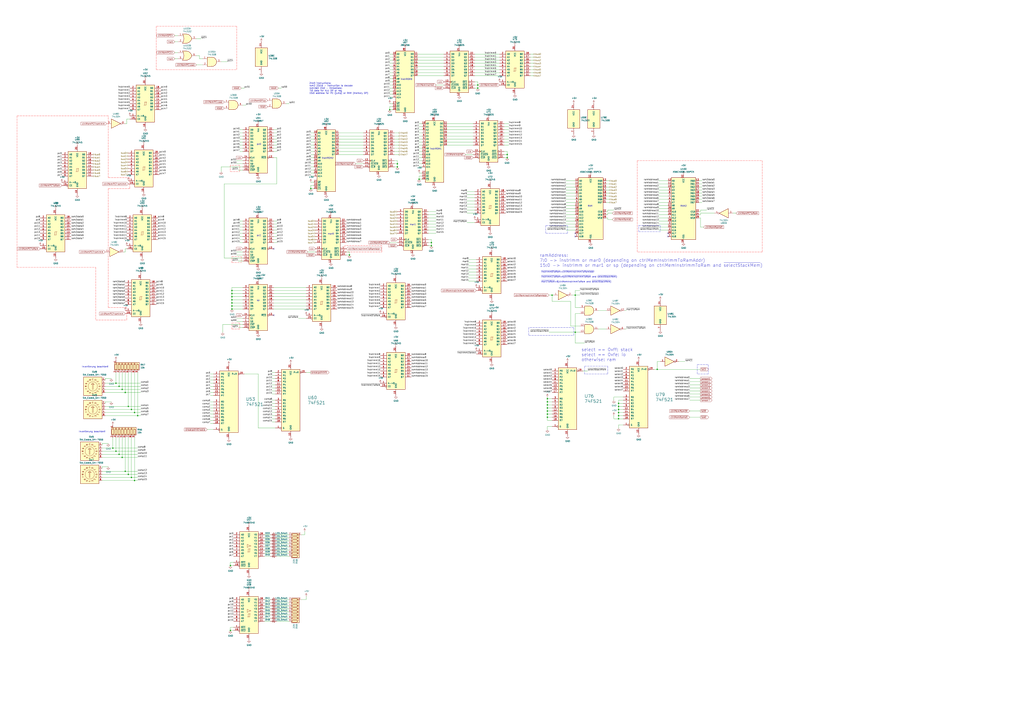
<source format=kicad_sch>
(kicad_sch (version 20211123) (generator eeschema)
  (paper "A1")
  (junction (at 508 331.47))
  (junction (at 255.27 154.94))
  (junction (at 416.56 127))
  (junction (at 449.58 335.28))
  (junction (at 189.23 464.82))
  (junction (at 354.33 201.93))
  (junction (at 107.95 336.55))
  (junction (at 190.5 241.3))
  (junction (at 453.39 242.57))
  (junction (at 508 334.01))
  (junction (at 392.43 69.85))
  (junction (at 92.71 368.3))
  (junction (at 354.33 199.39))
  (junction (at 449.58 330.2))
  (junction (at 539.75 303.53))
  (junction (at 97.79 373.38))
  (junction (at 105.41 334.01))
  (junction (at 102.87 387.35))
  (junction (at 105.41 389.89))
  (junction (at 508 339.09))
  (junction (at 100.33 320.04))
  (junction (at 107.95 392.43))
  (junction (at 449.58 342.9))
  (junction (at 102.87 322.58))
  (junction (at 508 341.63))
  (junction (at 449.58 332.74))
  (junction (at 472.44 273.05))
  (junction (at 508 336.55))
  (junction (at 190.5 238.76))
  (junction (at 449.58 327.66))
  (junction (at 472.44 242.57))
  (junction (at 320.04 90.17))
  (junction (at 508 344.17))
  (junction (at 287.02 209.55))
  (junction (at 100.33 375.92))
  (junction (at 449.58 340.36))
  (junction (at 110.49 339.09))
  (junction (at 326.39 137.16))
  (junction (at 113.03 341.63))
  (junction (at 189.23 518.16))
  (junction (at 190.5 254))
  (junction (at 449.58 337.82))
  (junction (at 95.25 314.96))
  (junction (at 95.25 370.84))
  (junction (at 190.5 248.92))
  (junction (at 97.79 317.5))
  (junction (at 110.49 394.97))
  (junction (at 190.5 243.84))
  (junction (at 392.43 72.39))
  (junction (at 190.5 246.38))
  (junction (at 190.5 251.46))
  (junction (at 416.56 129.54))
  (junction (at 344.17 147.32))
  (junction (at 326.39 134.62))
  (no_connect (at 548.64 191.77))
  (no_connect (at 224.79 204.47))
  (no_connect (at 472.44 194.31))
  (no_connect (at 548.64 194.31))
  (no_connect (at 224.79 259.08))
  (no_connect (at 472.44 191.77))
  (wire (pts (xy 414.02 104.14) (xy 417.83 104.14)))
  (wire (pts (xy 278.13 114.3) (xy 298.45 114.3)))
  (wire (pts (xy 237.49 454.66) (xy 227.33 454.66)))
  (wire (pts (xy 190.5 238.76) (xy 190.5 241.3)))
  (wire (pts (xy 342.9 59.69) (xy 364.49 59.69)))
  (wire (pts (xy 257.81 114.3) (xy 255.27 114.3)))
  (wire (pts (xy 344.17 144.78) (xy 346.71 144.78)))
  (polyline (pts (xy 88.9 95.25) (xy 13.97 95.25)) (stroke (width 0) (color 255 0 0 1)))
  (wire (pts (xy 113.03 368.3) (xy 92.71 368.3)))
  (wire (pts (xy 326.39 137.16) (xy 326.39 134.62)))
  (polyline (pts (xy 283.21 201.93) (xy 283.21 207.01)) (stroke (width 0) (color 255 0 0 1)))
  (wire (pts (xy 237.49 449.58) (xy 227.33 449.58)))
  (wire (pts (xy 472.44 242.57) (xy 472.44 252.73)))
  (polyline (pts (xy 581.66 299.72) (xy 581.66 307.34)))
  (polyline (pts (xy 190.5 210.82) (xy 198.12 210.82)) (stroke (width 0) (color 255 0 0 1)))
  (polyline (pts (xy 448.31 185.42) (xy 448.31 191.77)))
  (wire (pts (xy 323.85 114.3) (xy 327.66 114.3)))
  (polyline (pts (xy 471.17 275.59) (xy 471.17 269.24)))
  (wire (pts (xy 224.79 236.22) (xy 251.46 236.22)))
  (wire (pts (xy 537.21 303.53) (xy 539.75 303.53)))
  (wire (pts (xy 257.81 116.84) (xy 255.27 116.84)))
  (wire (pts (xy 95.25 370.84) (xy 83.82 370.84)))
  (wire (pts (xy 181.61 137.16) (xy 199.39 137.16)))
  (wire (pts (xy 511.81 331.47) (xy 508 331.47)))
  (wire (pts (xy 222.25 454.66) (xy 217.17 454.66)))
  (wire (pts (xy 508 339.09) (xy 511.81 339.09)))
  (wire (pts (xy 172.72 342.9) (xy 175.26 342.9)))
  (wire (pts (xy 326.39 134.62) (xy 326.39 132.08)))
  (wire (pts (xy 237.49 452.12) (xy 227.33 452.12)))
  (wire (pts (xy 435.61 59.69) (xy 438.15 59.69)))
  (wire (pts (xy 224.79 254) (xy 251.46 254)))
  (wire (pts (xy 323.85 111.76) (xy 327.66 111.76)))
  (wire (pts (xy 416.56 129.54) (xy 416.56 127)))
  (wire (pts (xy 513.08 270.51) (xy 514.35 270.51)))
  (wire (pts (xy 182.88 273.05) (xy 182.88 266.7)))
  (wire (pts (xy 410.21 44.45) (xy 389.89 44.45)))
  (wire (pts (xy 435.61 62.23) (xy 438.15 62.23)))
  (wire (pts (xy 472.44 273.05) (xy 472.44 257.81)))
  (wire (pts (xy 575.31 172.72) (xy 580.39 172.72)))
  (wire (pts (xy 143.51 34.29) (xy 146.05 34.29)))
  (wire (pts (xy 195.58 139.7) (xy 199.39 139.7)))
  (polyline (pts (xy 626.11 132.08) (xy 626.11 207.01)) (stroke (width 0) (color 255 0 0 1)))
  (wire (pts (xy 175.26 307.34) (xy 172.72 307.34)))
  (wire (pts (xy 416.56 124.46) (xy 414.02 124.46)))
  (polyline (pts (xy 106.68 154.94) (xy 106.68 146.05)) (stroke (width 0) (color 255 0 0 1)))
  (wire (pts (xy 464.82 181.61) (xy 472.44 181.61)))
  (wire (pts (xy 322.58 69.85) (xy 320.04 69.85)))
  (wire (pts (xy 194.31 209.55) (xy 199.39 209.55)))
  (wire (pts (xy 86.36 341.63) (xy 113.03 341.63)))
  (wire (pts (xy 223.52 328.93) (xy 226.06 328.93)))
  (wire (pts (xy 163.83 45.72) (xy 163.83 48.26)))
  (wire (pts (xy 499.11 172.72) (xy 504.19 172.72)))
  (wire (pts (xy 224.79 121.92) (xy 227.33 121.92)))
  (wire (pts (xy 237.49 444.5) (xy 227.33 444.5)))
  (wire (pts (xy 322.58 67.31) (xy 320.04 67.31)))
  (wire (pts (xy 391.16 220.98) (xy 384.81 220.98)))
  (wire (pts (xy 224.79 199.39) (xy 227.33 199.39)))
  (wire (pts (xy 320.04 85.09) (xy 322.58 85.09)))
  (wire (pts (xy 181.61 140.97) (xy 181.61 137.16)))
  (polyline (pts (xy 542.29 190.5) (xy 524.51 190.5)))
  (wire (pts (xy 224.79 106.68) (xy 227.33 106.68)))
  (wire (pts (xy 351.79 179.07) (xy 358.14 179.07)))
  (wire (pts (xy 389.89 160.02) (xy 383.54 160.02)))
  (wire (pts (xy 391.16 228.6) (xy 384.81 228.6)))
  (wire (pts (xy 322.58 64.77) (xy 320.04 64.77)))
  (wire (pts (xy 346.71 119.38) (xy 344.17 119.38)))
  (wire (pts (xy 322.58 44.45) (xy 320.04 44.45)))
  (wire (pts (xy 199.39 238.76) (xy 190.5 238.76)))
  (wire (pts (xy 499.11 175.26) (xy 499.11 176.53)))
  (wire (pts (xy 449.58 350.52) (xy 453.39 350.52)))
  (wire (pts (xy 189.23 462.28) (xy 189.23 464.82)))
  (wire (pts (xy 172.72 347.98) (xy 175.26 347.98)))
  (polyline (pts (xy 88.9 154.94) (xy 106.68 154.94)) (stroke (width 0) (color 255 0 0 1)))
  (wire (pts (xy 113.03 373.38) (xy 97.79 373.38)))
  (wire (pts (xy 574.04 161.29) (xy 576.58 161.29)))
  (polyline (pts (xy 88.9 252.73) (xy 88.9 154.94)) (stroke (width 0) (color 255 0 0 1)))
  (wire (pts (xy 110.49 359.41) (xy 110.49 394.97)))
  (wire (pts (xy 278.13 111.76) (xy 298.45 111.76)))
  (wire (pts (xy 101.6 207.01) (xy 102.87 207.01)))
  (wire (pts (xy 464.82 148.59) (xy 472.44 148.59)))
  (wire (pts (xy 257.81 109.22) (xy 255.27 109.22)))
  (wire (pts (xy 259.08 207.01) (xy 252.73 207.01)))
  (wire (pts (xy 224.79 109.22) (xy 227.33 109.22)))
  (wire (pts (xy 113.03 387.35) (xy 102.87 387.35)))
  (wire (pts (xy 354.33 199.39) (xy 354.33 196.85)))
  (wire (pts (xy 464.82 158.75) (xy 472.44 158.75)))
  (wire (pts (xy 97.79 306.07) (xy 97.79 317.5)))
  (wire (pts (xy 222.25 444.5) (xy 217.17 444.5)))
  (polyline (pts (xy 189.23 135.89) (xy 189.23 140.97)) (stroke (width 0) (color 255 0 0 1)))
  (wire (pts (xy 416.56 127) (xy 416.56 124.46)))
  (wire (pts (xy 195.58 269.24) (xy 199.39 269.24)))
  (wire (pts (xy 199.39 186.69) (xy 196.85 186.69)))
  (wire (pts (xy 464.82 161.29) (xy 472.44 161.29)))
  (wire (pts (xy 113.03 392.43) (xy 107.95 392.43)))
  (wire (pts (xy 449.58 335.28) (xy 449.58 337.82)))
  (wire (pts (xy 189.23 464.82) (xy 191.77 464.82)))
  (wire (pts (xy 502.92 180.34) (xy 499.11 180.34)))
  (wire (pts (xy 194.31 207.01) (xy 199.39 207.01)))
  (polyline (pts (xy 190.5 215.9) (xy 190.5 210.82)) (stroke (width 0) (color 255 0 0 1)))
  (wire (pts (xy 222.25 452.12) (xy 217.17 452.12)))
  (wire (pts (xy 226.06 334.01) (xy 223.52 334.01)))
  (wire (pts (xy 175.26 317.5) (xy 172.72 317.5)))
  (polyline (pts (xy 523.24 132.08) (xy 626.11 132.08)) (stroke (width 0) (color 255 0 0 1)))
  (wire (pts (xy 541.02 176.53) (xy 548.64 176.53)))
  (wire (pts (xy 83.82 394.97) (xy 110.49 394.97)))
  (polyline (pts (xy 572.77 299.72) (xy 581.66 299.72)))
  (wire (pts (xy 577.85 186.69) (xy 575.31 186.69)))
  (wire (pts (xy 391.16 231.14) (xy 384.81 231.14)))
  (wire (pts (xy 367.03 119.38) (xy 388.62 119.38)))
  (wire (pts (xy 115.57 322.58) (xy 102.87 322.58)))
  (wire (pts (xy 226.06 306.07) (xy 223.52 306.07)))
  (wire (pts (xy 435.61 44.45) (xy 438.15 44.45)))
  (wire (pts (xy 190.5 254) (xy 190.5 251.46)))
  (wire (pts (xy 222.25 505.46) (xy 217.17 505.46)))
  (wire (pts (xy 199.39 114.3) (xy 196.85 114.3)))
  (polyline (pts (xy 480.06 307.34) (xy 480.06 300.99)))
  (wire (pts (xy 224.79 248.92) (xy 251.46 248.92)))
  (wire (pts (xy 367.03 104.14) (xy 388.62 104.14)))
  (wire (pts (xy 504.19 328.93) (xy 504.19 326.39)))
  (wire (pts (xy 323.85 109.22) (xy 327.66 109.22)))
  (polyline (pts (xy 196.85 265.43) (xy 196.85 270.51)) (stroke (width 0) (color 255 0 0 1)))
  (wire (pts (xy 346.71 101.6) (xy 344.17 101.6)))
  (wire (pts (xy 351.79 176.53) (xy 358.14 176.53)))
  (wire (pts (xy 482.6 304.8) (xy 478.79 304.8)))
  (wire (pts (xy 322.58 54.61) (xy 320.04 54.61)))
  (wire (pts (xy 83.82 389.89) (xy 105.41 389.89)))
  (wire (pts (xy 95.25 314.96) (xy 86.36 314.96)))
  (polyline (pts (xy 194.31 21.59) (xy 128.27 21.59)) (stroke (width 0) (color 255 0 0 1)))
  (wire (pts (xy 497.84 153.67) (xy 500.38 153.67)))
  (wire (pts (xy 92.71 359.41) (xy 92.71 368.3)))
  (wire (pts (xy 226.06 311.15) (xy 223.52 311.15)))
  (wire (pts (xy 113.03 389.89) (xy 105.41 389.89)))
  (wire (pts (xy 575.31 337.82) (xy 566.42 337.82)))
  (wire (pts (xy 237.49 510.54) (xy 227.33 510.54)))
  (wire (pts (xy 541.02 151.13) (xy 548.64 151.13)))
  (wire (pts (xy 278.13 127) (xy 298.45 127)))
  (wire (pts (xy 287.02 207.01) (xy 284.48 207.01)))
  (wire (pts (xy 199.39 86.36) (xy 201.93 86.36)))
  (wire (pts (xy 416.56 127) (xy 414.02 127)))
  (wire (pts (xy 245.11 261.62) (xy 251.46 261.62)))
  (wire (pts (xy 322.58 77.47) (xy 320.04 77.47)))
  (polyline (pts (xy 196.85 135.89) (xy 189.23 135.89)) (stroke (width 0) (color 255 0 0 1)))
  (wire (pts (xy 228.6 72.39) (xy 231.14 72.39)))
  (wire (pts (xy 224.79 194.31) (xy 227.33 194.31)))
  (wire (pts (xy 508 344.17) (xy 511.81 344.17)))
  (wire (pts (xy 464.82 171.45) (xy 472.44 171.45)))
  (wire (pts (xy 541.02 158.75) (xy 548.64 158.75)))
  (wire (pts (xy 342.9 62.23) (xy 364.49 62.23)))
  (wire (pts (xy 224.79 114.3) (xy 227.33 114.3)))
  (wire (pts (xy 223.52 341.63) (xy 226.06 341.63)))
  (wire (pts (xy 222.25 495.3) (xy 217.17 495.3)))
  (wire (pts (xy 199.39 109.22) (xy 196.85 109.22)))
  (wire (pts (xy 191.77 462.28) (xy 189.23 462.28)))
  (wire (pts (xy 222.25 510.54) (xy 217.17 510.54)))
  (wire (pts (xy 575.31 316.23) (xy 566.42 316.23)))
  (wire (pts (xy 224.79 238.76) (xy 251.46 238.76)))
  (wire (pts (xy 449.58 340.36) (xy 453.39 340.36)))
  (wire (pts (xy 91.44 311.15) (xy 86.36 311.15)))
  (wire (pts (xy 367.03 114.3) (xy 388.62 114.3)))
  (wire (pts (xy 237.49 505.46) (xy 227.33 505.46)))
  (wire (pts (xy 499.11 180.34) (xy 499.11 179.07)))
  (wire (pts (xy 472.44 242.57) (xy 472.44 238.76)))
  (wire (pts (xy 257.81 137.16) (xy 255.27 137.16)))
  (wire (pts (xy 200.66 307.34) (xy 212.09 307.34)))
  (wire (pts (xy 464.82 166.37) (xy 472.44 166.37)))
  (wire (pts (xy 165.1 31.75) (xy 161.29 31.75)))
  (wire (pts (xy 186.69 50.8) (xy 181.61 50.8)))
  (wire (pts (xy 199.39 189.23) (xy 196.85 189.23)))
  (wire (pts (xy 539.75 303.53) (xy 575.31 303.53)))
  (wire (pts (xy 450.85 273.05) (xy 472.44 273.05)))
  (wire (pts (xy 222.25 447.04) (xy 217.17 447.04)))
  (polyline (pts (xy 434.34 275.59) (xy 471.17 275.59)))
  (wire (pts (xy 255.27 154.94) (xy 255.27 152.4)))
  (wire (pts (xy 472.44 273.05) (xy 476.25 273.05)))
  (polyline (pts (xy 524.51 185.42) (xy 542.29 185.42)))
  (wire (pts (xy 224.79 243.84) (xy 251.46 243.84)))
  (wire (pts (xy 497.84 163.83) (xy 500.38 163.83)))
  (polyline (pts (xy 523.24 207.01) (xy 523.24 132.08)) (stroke (width 0) (color 255 0 0 1)))
  (wire (pts (xy 175.26 345.44) (xy 172.72 345.44)))
  (wire (pts (xy 464.82 189.23) (xy 472.44 189.23)))
  (wire (pts (xy 278.13 124.46) (xy 298.45 124.46)))
  (wire (pts (xy 497.84 156.21) (xy 500.38 156.21)))
  (wire (pts (xy 575.31 179.07) (xy 574.04 179.07)))
  (wire (pts (xy 464.82 184.15) (xy 472.44 184.15)))
  (wire (pts (xy 497.84 151.13) (xy 500.38 151.13)))
  (wire (pts (xy 464.82 153.67) (xy 472.44 153.67)))
  (wire (pts (xy 97.79 373.38) (xy 97.79 359.41)))
  (wire (pts (xy 513.08 255.27) (xy 514.35 255.27)))
  (wire (pts (xy 508 334.01) (xy 511.81 334.01)))
  (polyline (pts (xy 480.06 300.99) (xy 499.11 300.99)))
  (wire (pts (xy 172.72 332.74) (xy 175.26 332.74)))
  (wire (pts (xy 464.82 168.91) (xy 472.44 168.91)))
  (wire (pts (xy 323.85 124.46) (xy 327.66 124.46)))
  (wire (pts (xy 226.06 321.31) (xy 223.52 321.31)))
  (wire (pts (xy 115.57 339.09) (xy 110.49 339.09)))
  (wire (pts (xy 346.71 124.46) (xy 344.17 124.46)))
  (wire (pts (xy 278.13 116.84) (xy 298.45 116.84)))
  (wire (pts (xy 392.43 69.85) (xy 389.89 69.85)))
  (wire (pts (xy 342.9 44.45) (xy 364.49 44.45)))
  (wire (pts (xy 453.39 337.82) (xy 449.58 337.82)))
  (wire (pts (xy 195.58 214.63) (xy 199.39 214.63)))
  (wire (pts (xy 224.79 184.15) (xy 227.33 184.15)))
  (wire (pts (xy 199.39 191.77) (xy 196.85 191.77)))
  (wire (pts (xy 237.49 495.3) (xy 227.33 495.3)))
  (wire (pts (xy 175.26 314.96) (xy 172.72 314.96)))
  (wire (pts (xy 86.36 330.2) (xy 86.36 331.47)))
  (wire (pts (xy 504.19 341.63) (xy 504.19 344.17)))
  (wire (pts (xy 472.44 257.81) (xy 476.25 257.81)))
  (wire (pts (xy 102.87 359.41) (xy 102.87 387.35)))
  (wire (pts (xy 199.39 121.92) (xy 196.85 121.92)))
  (wire (pts (xy 100.33 320.04) (xy 100.33 306.07)))
  (wire (pts (xy 346.71 109.22) (xy 344.17 109.22)))
  (polyline (pts (xy 471.17 269.24) (xy 434.34 269.24)))
  (wire (pts (xy 199.39 106.68) (xy 196.85 106.68)))
  (wire (pts (xy 184.15 151.13) (xy 184.15 212.09)))
  (wire (pts (xy 322.58 49.53) (xy 320.04 49.53)))
  (wire (pts (xy 346.71 116.84) (xy 344.17 116.84)))
  (wire (pts (xy 469.9 242.57) (xy 472.44 242.57)))
  (wire (pts (xy 326.39 199.39) (xy 320.04 199.39)))
  (wire (pts (xy 212.09 307.34) (xy 212.09 351.79)))
  (wire (pts (xy 435.61 52.07) (xy 438.15 52.07)))
  (wire (pts (xy 389.89 157.48) (xy 383.54 157.48)))
  (wire (pts (xy 346.71 114.3) (xy 344.17 114.3)))
  (wire (pts (xy 255.27 154.94) (xy 257.81 154.94)))
  (wire (pts (xy 86.36 339.09) (xy 110.49 339.09)))
  (wire (pts (xy 287.02 209.55) (xy 287.02 207.01)))
  (wire (pts (xy 575.31 311.15) (xy 566.42 311.15)))
  (wire (pts (xy 234.95 85.09) (xy 237.49 85.09)))
  (wire (pts (xy 389.89 167.64) (xy 383.54 167.64)))
  (wire (pts (xy 224.79 189.23) (xy 227.33 189.23)))
  (wire (pts (xy 575.31 326.39) (xy 566.42 326.39)))
  (wire (pts (xy 351.79 186.69) (xy 358.14 186.69)))
  (wire (pts (xy 508 328.93) (xy 511.81 328.93)))
  (wire (pts (xy 199.39 181.61) (xy 196.85 181.61)))
  (wire (pts (xy 464.82 163.83) (xy 472.44 163.83)))
  (wire (pts (xy 322.58 46.99) (xy 320.04 46.99)))
  (wire (pts (xy 323.85 116.84) (xy 327.66 116.84)))
  (wire (pts (xy 351.79 173.99) (xy 358.14 173.99)))
  (wire (pts (xy 224.79 124.46) (xy 227.33 124.46)))
  (wire (pts (xy 115.57 334.01) (xy 105.41 334.01)))
  (wire (pts (xy 346.71 106.68) (xy 344.17 106.68)))
  (wire (pts (xy 566.42 318.77) (xy 575.31 318.77)))
  (wire (pts (xy 257.81 124.46) (xy 255.27 124.46)))
  (wire (pts (xy 115.57 320.04) (xy 100.33 320.04)))
  (wire (pts (xy 541.02 166.37) (xy 548.64 166.37)))
  (wire (pts (xy 175.26 335.28) (xy 172.72 335.28)))
  (wire (pts (xy 541.02 184.15) (xy 548.64 184.15)))
  (wire (pts (xy 464.82 151.13) (xy 472.44 151.13)))
  (wire (pts (xy 104.14 101.6) (xy 104.14 97.79)))
  (wire (pts (xy 389.89 172.72) (xy 383.54 172.72)))
  (wire (pts (xy 574.04 156.21) (xy 576.58 156.21)))
  (wire (pts (xy 257.81 111.76) (xy 255.27 111.76)))
  (polyline (pts (xy 13.97 95.25) (xy 13.97 219.71)) (stroke (width 0) (color 255 0 0 1)))
  (wire (pts (xy 163.83 48.26) (xy 166.37 48.26)))
  (wire (pts (xy 224.79 191.77) (xy 227.33 191.77)))
  (wire (pts (xy 504.19 344.17) (xy 508 344.17)))
  (wire (pts (xy 257.81 121.92) (xy 255.27 121.92)))
  (wire (pts (xy 184.15 212.09) (xy 199.39 212.09)))
  (polyline (pts (xy 499.11 300.99) (xy 499.11 307.34)))
  (wire (pts (xy 449.58 326.39) (xy 449.58 327.66)))
  (wire (pts (xy 161.29 45.72) (xy 163.83 45.72)))
  (wire (pts (xy 88.9 364.49) (xy 83.82 364.49)))
  (wire (pts (xy 367.03 116.84) (xy 388.62 116.84)))
  (wire (pts (xy 223.52 346.71) (xy 226.06 346.71)))
  (wire (pts (xy 100.33 320.04) (xy 86.36 320.04)))
  (wire (pts (xy 435.61 54.61) (xy 438.15 54.61)))
  (wire (pts (xy 86.36 334.01) (xy 105.41 334.01)))
  (wire (pts (xy 224.79 196.85) (xy 227.33 196.85)))
  (wire (pts (xy 497.84 255.27) (xy 491.49 255.27)))
  (wire (pts (xy 453.39 247.65) (xy 468.63 247.65)))
  (wire (pts (xy 464.82 176.53) (xy 472.44 176.53)))
  (wire (pts (xy 435.61 57.15) (xy 438.15 57.15)))
  (wire (pts (xy 222.25 457.2) (xy 217.17 457.2)))
  (wire (pts (xy 278.13 109.22) (xy 298.45 109.22)))
  (wire (pts (xy 107.95 359.41) (xy 107.95 392.43)))
  (wire (pts (xy 322.58 80.01) (xy 320.04 80.01)))
  (wire (pts (xy 472.44 238.76) (xy 476.25 238.76)))
  (wire (pts (xy 414.02 106.68) (xy 417.83 106.68)))
  (wire (pts (xy 541.02 156.21) (xy 548.64 156.21)))
  (wire (pts (xy 351.79 191.77) (xy 358.14 191.77)))
  (wire (pts (xy 491.49 270.51) (xy 497.84 270.51)))
  (wire (pts (xy 499.11 176.53) (xy 497.84 176.53)))
  (wire (pts (xy 502.92 175.26) (xy 499.11 175.26)))
  (wire (pts (xy 562.61 297.18) (xy 557.53 297.18)))
  (wire (pts (xy 449.58 327.66) (xy 449.58 330.2)))
  (wire (pts (xy 391.16 226.06) (xy 384.81 226.06)))
  (wire (pts (xy 104.14 97.79) (xy 106.68 97.79)))
  (wire (pts (xy 250.19 439.42) (xy 247.65 439.42)))
  (wire (pts (xy 143.51 43.18) (xy 146.05 43.18)))
  (polyline (pts (xy 189.23 140.97) (xy 196.85 140.97)) (stroke (width 0) (color 255 0 0 1)))
  (wire (pts (xy 257.81 142.24) (xy 255.27 142.24)))
  (wire (pts (xy 199.39 119.38) (xy 196.85 119.38)))
  (wire (pts (xy 226.06 318.77) (xy 223.52 318.77)))
  (wire (pts (xy 414.02 114.3) (xy 417.83 114.3)))
  (wire (pts (xy 566.42 323.85) (xy 575.31 323.85)))
  (wire (pts (xy 102.87 207.01) (xy 102.87 204.47)))
  (wire (pts (xy 392.43 72.39) (xy 389.89 72.39)))
  (wire (pts (xy 224.79 251.46) (xy 251.46 251.46)))
  (wire (pts (xy 190.5 241.3) (xy 199.39 241.3)))
  (wire (pts (xy 227.33 151.13) (xy 184.15 151.13)))
  (polyline (pts (xy 106.68 146.05) (xy 88.9 146.05)) (stroke (width 0) (color 255 0 0 1)))
  (wire (pts (xy 342.9 49.53) (xy 364.49 49.53)))
  (wire (pts (xy 224.79 186.69) (xy 227.33 186.69)))
  (wire (pts (xy 574.04 158.75) (xy 576.58 158.75)))
  (wire (pts (xy 222.25 508) (xy 217.17 508)))
  (wire (pts (xy 410.21 49.53) (xy 389.89 49.53)))
  (wire (pts (xy 190.5 248.92) (xy 190.5 246.38)))
  (wire (pts (xy 95.25 359.41) (xy 95.25 370.84)))
  (wire (pts (xy 575.31 321.31) (xy 566.42 321.31)))
  (polyline (pts (xy 626.11 207.01) (xy 523.24 207.01)) (stroke (width 0) (color 255 0 0 1)))
  (wire (pts (xy 346.71 129.54) (xy 344.17 129.54)))
  (wire (pts (xy 113.03 306.07) (xy 113.03 341.63)))
  (wire (pts (xy 100.33 375.92) (xy 83.82 375.92)))
  (wire (pts (xy 113.03 394.97) (xy 110.49 394.97)))
  (wire (pts (xy 504.19 326.39) (xy 511.81 326.39)))
  (wire (pts (xy 320.04 90.17) (xy 320.04 87.63)))
  (wire (pts (xy 391.16 215.9) (xy 384.81 215.9)))
  (wire (pts (xy 323.85 119.38) (xy 327.66 119.38)))
  (wire (pts (xy 508 351.79) (xy 508 349.25)))
  (wire (pts (xy 222.25 502.92) (xy 217.17 502.92)))
  (wire (pts (xy 497.84 166.37) (xy 500.38 166.37)))
  (polyline (pts (xy 88.9 146.05) (xy 88.9 95.25)) (stroke (width 0) (color 255 0 0 1)))
  (wire (pts (xy 511.81 341.63) (xy 508 341.63)))
  (wire (pts (xy 508 336.55) (xy 508 339.09)))
  (wire (pts (xy 351.79 189.23) (xy 358.14 189.23)))
  (polyline (pts (xy 499.11 307.34) (xy 480.06 307.34)))
  (wire (pts (xy 102.87 101.6) (xy 104.14 101.6)))
  (wire (pts (xy 320.04 90.17) (xy 322.58 90.17)))
  (wire (pts (xy 237.49 502.92) (xy 227.33 502.92)))
  (wire (pts (xy 346.71 111.76) (xy 344.17 111.76)))
  (wire (pts (xy 499.11 173.99) (xy 499.11 172.72)))
  (wire (pts (xy 344.17 142.24) (xy 346.71 142.24)))
  (polyline (pts (xy 313.69 201.93) (xy 283.21 201.93)) (stroke (width 0) (color 255 0 0 1)))
  (wire (pts (xy 278.13 121.92) (xy 298.45 121.92)))
  (wire (pts (xy 435.61 49.53) (xy 438.15 49.53)))
  (polyline (pts (xy 190.5 215.9) (xy 198.12 215.9)) (stroke (width 0) (color 255 0 0 1)))
  (wire (pts (xy 450.85 242.57) (xy 453.39 242.57)))
  (wire (pts (xy 172.72 337.82) (xy 175.26 337.82)))
  (polyline (pts (xy 104.14 252.73) (xy 88.9 252.73)) (stroke (width 0) (color 255 0 0 1)))
  (polyline (pts (xy 283.21 207.01) (xy 313.69 207.01)) (stroke (width 0) (color 255 0 0 1)))
  (wire (pts (xy 224.79 241.3) (xy 251.46 241.3)))
  (wire (pts (xy 170.18 353.06) (xy 175.26 353.06)))
  (polyline (pts (xy 466.09 185.42) (xy 466.09 191.77)))
  (wire (pts (xy 574.04 163.83) (xy 576.58 163.83)))
  (wire (pts (xy 346.71 127) (xy 344.17 127)))
  (wire (pts (xy 320.04 87.63) (xy 322.58 87.63)))
  (wire (pts (xy 541.02 168.91) (xy 548.64 168.91)))
  (wire (pts (xy 255.27 306.07) (xy 251.46 306.07)))
  (wire (pts (xy 224.79 129.54) (xy 227.33 129.54)))
  (polyline (pts (xy 434.34 269.24) (xy 434.34 275.59)))
  (polyline (pts (xy 190.5 270.51) (xy 196.85 270.51)) (stroke (width 0) (color 255 0 0 1)))
  (wire (pts (xy 226.06 313.69) (xy 223.52 313.69)))
  (wire (pts (xy 237.49 439.42) (xy 227.33 439.42)))
  (wire (pts (xy 175.26 309.88) (xy 172.72 309.88)))
  (wire (pts (xy 224.79 181.61) (xy 227.33 181.61)))
  (wire (pts (xy 222.25 449.58) (xy 217.17 449.58)))
  (polyline (pts (xy 78.74 262.89) (xy 104.14 262.89)) (stroke (width 0) (color 255 0 0 1)))
  (polyline (pts (xy 194.31 57.15) (xy 194.31 21.59)) (stroke (width 0) (color 255 0 0 1)))
  (wire (pts (xy 227.33 129.54) (xy 227.33 151.13)))
  (wire (pts (xy 257.81 132.08) (xy 255.27 132.08)))
  (wire (pts (xy 222.25 441.96) (xy 217.17 441.96)))
  (wire (pts (xy 226.06 316.23) (xy 223.52 316.23)))
  (wire (pts (xy 416.56 129.54) (xy 414.02 129.54)))
  (wire (pts (xy 322.58 72.39) (xy 320.04 72.39)))
  (wire (pts (xy 508 339.09) (xy 508 341.63)))
  (wire (pts (xy 574.04 173.99) (xy 575.31 173.99)))
  (polyline (pts (xy 13.97 219.71) (xy 78.74 219.71)) (stroke (width 0) (color 255 0 0 1)))
  (wire (pts (xy 499.11 179.07) (xy 497.84 179.07)))
  (wire (pts (xy 102.87 322.58) (xy 86.36 322.58)))
  (wire (pts (xy 199.39 111.76) (xy 196.85 111.76)))
  (wire (pts (xy 388.62 127) (xy 382.27 127)))
  (wire (pts (xy 322.58 74.93) (xy 320.04 74.93)))
  (wire (pts (xy 189.23 518.16) (xy 191.77 518.16)))
  (wire (pts (xy 175.26 320.04) (xy 172.72 320.04)))
  (wire (pts (xy 97.79 373.38) (xy 83.82 373.38)))
  (wire (pts (xy 189.23 515.62) (xy 189.23 518.16)))
  (wire (pts (xy 351.79 184.15) (xy 358.14 184.15)))
  (wire (pts (xy 410.21 62.23) (xy 389.89 62.23)))
  (wire (pts (xy 449.58 335.28) (xy 453.39 335.28)))
  (wire (pts (xy 190.5 246.38) (xy 199.39 246.38)))
  (wire (pts (xy 541.02 171.45) (xy 548.64 171.45)))
  (wire (pts (xy 346.71 134.62) (xy 344.17 134.62)))
  (wire (pts (xy 508 341.63) (xy 508 344.17)))
  (wire (pts (xy 257.81 139.7) (xy 255.27 139.7)))
  (wire (pts (xy 541.02 181.61) (xy 548.64 181.61)))
  (wire (pts (xy 449.58 345.44) (xy 453.39 345.44)))
  (wire (pts (xy 86.36 336.55) (xy 107.95 336.55)))
  (wire (pts (xy 453.39 242.57) (xy 453.39 247.65)))
  (polyline (pts (xy 78.74 219.71) (xy 78.74 262.89)) (stroke (width 0) (color 255 0 0 1)))
  (wire (pts (xy 410.21 52.07) (xy 389.89 52.07)))
  (wire (pts (xy 191.77 515.62) (xy 189.23 515.62)))
  (wire (pts (xy 88.9 383.54) (xy 83.82 383.54)))
  (polyline (pts (xy 104.14 262.89) (xy 104.14 252.73)) (stroke (width 0) (color 255 0 0 1)))
  (wire (pts (xy 566.42 313.69) (xy 575.31 313.69)))
  (wire (pts (xy 110.49 306.07) (xy 110.49 339.09)))
  (wire (pts (xy 226.06 323.85) (xy 223.52 323.85)))
  (polyline (pts (xy 190.5 265.43) (xy 196.85 265.43)) (stroke (width 0) (color 255 0 0 1)))
  (wire (pts (xy 449.58 342.9) (xy 449.58 345.44)))
  (wire (pts (xy 83.82 383.54) (xy 83.82 384.81)))
  (wire (pts (xy 83.82 387.35) (xy 102.87 387.35)))
  (wire (pts (xy 323.85 127) (xy 327.66 127)))
  (wire (pts (xy 237.49 497.84) (xy 227.33 497.84)))
  (wire (pts (xy 414.02 119.38) (xy 417.83 119.38)))
  (wire (pts (xy 566.42 328.93) (xy 575.31 328.93)))
  (wire (pts (xy 115.57 341.63) (xy 113.03 341.63)))
  (wire (pts (xy 497.84 158.75) (xy 500.38 158.75)))
  (polyline (pts (xy 128.27 21.59) (xy 128.27 57.15)) (stroke (width 0) (color 255 0 0 1)))
  (wire (pts (xy 222.25 497.84) (xy 217.17 497.84)))
  (wire (pts (xy 83.82 392.43) (xy 107.95 392.43)))
  (wire (pts (xy 453.39 242.57) (xy 454.66 242.57)))
  (wire (pts (xy 224.79 111.76) (xy 227.33 111.76)))
  (polyline (pts (xy 198.12 210.82) (xy 198.12 215.9)) (stroke (width 0) (color 255 0 0 1)))
  (wire (pts (xy 255.27 152.4) (xy 257.81 152.4)))
  (wire (pts (xy 541.02 161.29) (xy 548.64 161.29)))
  (wire (pts (xy 95.25 306.07) (xy 95.25 314.96)))
  (wire (pts (xy 449.58 332.74) (xy 449.58 335.28)))
  (polyline (pts (xy 128.27 57.15) (xy 194.31 57.15)) (stroke (width 0) (color 255 0 0 1)))
  (polyline (pts (xy 190.5 270.51) (xy 190.5 265.43)) (stroke (width 0) (color 255 0 0 1)))
  (wire (pts (xy 508 334.01) (xy 508 336.55)))
  (wire (pts (xy 574.04 166.37) (xy 576.58 166.37)))
  (wire (pts (xy 115.57 314.96) (xy 95.25 314.96)))
  (wire (pts (xy 367.03 101.6) (xy 388.62 101.6)))
  (wire (pts (xy 453.39 327.66) (xy 449.58 327.66)))
  (wire (pts (xy 601.98 175.26) (xy 604.52 175.26)))
  (wire (pts (xy 414.02 101.6) (xy 417.83 101.6)))
  (wire (pts (xy 541.02 173.99) (xy 548.64 173.99)))
  (wire (pts (xy 354.33 201.93) (xy 351.79 201.93)))
  (wire (pts (xy 389.89 165.1) (xy 383.54 165.1)))
  (wire (pts (xy 449.58 353.06) (xy 449.58 350.52)))
  (wire (pts (xy 222.25 492.76) (xy 217.17 492.76)))
  (wire (pts (xy 354.33 196.85) (xy 351.79 196.85)))
  (wire (pts (xy 97.79 317.5) (xy 86.36 317.5)))
  (wire (pts (xy 453.39 342.9) (xy 449.58 342.9)))
  (polyline (pts (xy 581.66 307.34) (xy 572.77 307.34)))
  (wire (pts (xy 346.71 121.92) (xy 344.17 121.92)))
  (wire (pts (xy 323.85 121.92) (xy 327.66 121.92)))
  (wire (pts (xy 222.25 439.42) (xy 217.17 439.42)))
  (wire (pts (xy 237.49 500.38) (xy 227.33 500.38)))
  (wire (pts (xy 190.5 251.46) (xy 190.5 248.92)))
  (wire (pts (xy 392.43 67.31) (xy 389.89 67.31)))
  (wire (pts (xy 257.81 134.62) (xy 255.27 134.62)))
  (wire (pts (xy 464.82 179.07) (xy 472.44 179.07)))
  (wire (pts (xy 237.49 508) (xy 227.33 508)))
  (wire (pts (xy 194.31 264.16) (xy 199.39 264.16)))
  (wire (pts (xy 342.9 54.61) (xy 364.49 54.61)))
  (wire (pts (xy 199.39 196.85) (xy 196.85 196.85)))
  (wire (pts (xy 346.71 132.08) (xy 344.17 132.08)))
  (wire (pts (xy 574.04 151.13) (xy 576.58 151.13)))
  (wire (pts (xy 575.31 186.69) (xy 575.31 179.07)))
  (wire (pts (xy 199.39 194.31) (xy 196.85 194.31)))
  (wire (pts (xy 449.58 330.2) (xy 449.58 332.74)))
  (wire (pts (xy 541.02 148.59) (xy 548.64 148.59)))
  (wire (pts (xy 190.5 241.3) (xy 190.5 243.84)))
  (wire (pts (xy 511.81 336.55) (xy 508 336.55)))
  (wire (pts (xy 539.75 303.53) (xy 539.75 297.18)))
  (wire (pts (xy 472.44 242.57) (xy 476.25 242.57)))
  (polyline (pts (xy 196.85 140.97) (xy 196.85 135.89)) (stroke (width 0) (color 255 0 0 1)))
  (wire (pts (xy 194.31 261.62) (xy 199.39 261.62)))
  (wire (pts (xy 322.58 62.23) (xy 320.04 62.23)))
  (wire (pts (xy 326.39 132.08) (xy 323.85 132.08)))
  (wire (pts (xy 410.21 57.15) (xy 389.89 57.15)))
  (wire (pts (xy 223.52 331.47) (xy 226.06 331.47)))
  (wire (pts (xy 175.26 312.42) (xy 172.72 312.42)))
  (wire (pts (xy 541.02 189.23) (xy 548.64 189.23)))
  (wire (pts (xy 251.46 492.76) (xy 247.65 492.76)))
  (wire (pts (xy 367.03 109.22) (xy 388.62 109.22)))
  (wire (pts (xy 410.21 54.61) (xy 389.89 54.61)))
  (wire (pts (xy 190.5 246.38) (xy 190.5 243.84)))
  (wire (pts (xy 541.02 163.83) (xy 548.64 163.83)))
  (wire (pts (xy 453.39 332.74) (xy 449.58 332.74)))
  (wire (pts (xy 199.39 254) (xy 190.5 254)))
  (wire (pts (xy 107.95 306.07) (xy 107.95 336.55)))
  (wire (pts (xy 175.26 325.12) (xy 172.72 325.12)))
  (wire (pts (xy 172.72 330.2) (xy 175.26 330.2)))
  (wire (pts (xy 237.49 441.96) (xy 227.33 441.96)))
  (wire (pts (xy 115.57 317.5) (xy 97.79 317.5)))
  (wire (pts (xy 575.31 176.53) (xy 574.04 176.53)))
  (wire (pts (xy 322.58 57.15) (xy 320.04 57.15)))
  (wire (pts (xy 497.84 161.29) (xy 500.38 161.29)))
  (wire (pts (xy 575.31 175.26) (xy 586.74 175.26)))
  (wire (pts (xy 414.02 116.84) (xy 417.83 116.84)))
  (wire (pts (xy 226.06 308.61) (xy 223.52 308.61)))
  (wire (pts (xy 199.39 243.84) (xy 190.5 243.84)))
  (wire (pts (xy 237.49 492.76) (xy 227.33 492.76)))
  (wire (pts (xy 298.45 134.62) (xy 292.1 134.62)))
  (wire (pts (xy 199.39 124.46) (xy 196.85 124.46)))
  (wire (pts (xy 102.87 204.47) (xy 104.14 204.47)))
  (wire (pts (xy 468.63 267.97) (xy 476.25 267.97)))
  (wire (pts (xy 237.49 447.04) (xy 227.33 447.04)))
  (wire (pts (xy 575.31 173.99) (xy 575.31 172.72)))
  (wire (pts (xy 322.58 52.07) (xy 320.04 52.07)))
  (wire (pts (xy 161.29 53.34) (xy 166.37 53.34)))
  (wire (pts (xy 237.49 457.2) (xy 227.33 457.2)))
  (wire (pts (xy 194.31 132.08) (xy 199.39 132.08)))
  (wire (pts (xy 175.26 340.36) (xy 172.72 340.36)))
  (wire (pts (xy 224.79 246.38) (xy 251.46 246.38)))
  (wire (pts (xy 250.19 436.88) (xy 250.19 439.42)))
  (wire (pts (xy 383.54 182.88) (xy 389.89 182.88)))
  (wire (pts (xy 472.44 252.73) (xy 476.25 252.73)))
  (polyline (pts (xy 524.51 190.5) (xy 524.51 185.42)))
  (wire (pts (xy 344.17 147.32) (xy 346.71 147.32)))
  (wire (pts (xy 472.44 281.94) (xy 480.06 281.94)))
  (wire (pts (xy 190.5 251.46) (xy 199.39 251.46)))
  (wire (pts (xy 224.79 116.84) (xy 227.33 116.84)))
  (wire (pts (xy 190.5 238.76) (xy 190.5 236.22)))
  (wire (pts (xy 367.03 111.76) (xy 388.62 111.76)))
  (wire (pts (xy 105.41 306.07) (xy 105.41 334.01)))
  (wire (pts (xy 226.06 344.17) (xy 223.52 344.17)))
  (wire (pts (xy 391.16 213.36) (xy 384.81 213.36)))
  (wire (pts (xy 278.13 119.38) (xy 298.45 119.38)))
  (wire (pts (xy 389.89 170.18) (xy 383.54 170.18)))
  (wire (pts (xy 392.43 69.85) (xy 392.43 67.31)))
  (wire (pts (xy 113.03 370.84) (xy 95.25 370.84)))
  (wire (pts (xy 508 331.47) (xy 508 334.01)))
  (wire (pts (xy 212.09 351.79) (xy 226.06 351.79)))
  (wire (pts (xy 223.52 336.55) (xy 226.06 336.55)))
  (polyline (pts (xy 313.69 207.01) (xy 313.69 201.93)) (stroke (width 0) (color 255 0 0 1)))
  (wire (pts (xy 389.89 175.26) (xy 383.54 175.26)))
  (wire (pts (xy 175.26 322.58) (xy 172.72 322.58)))
  (wire (pts (xy 199.39 199.39) (xy 196.85 199.39)))
  (wire (pts (xy 257.81 129.54) (xy 255.27 129.54)))
  (polyline (pts (xy 448.31 185.42) (xy 466.09 185.42)))
  (wire (pts (xy 83.82 364.49) (xy 83.82 365.76)))
  (polyline (pts (xy 542.29 185.42) (xy 542.29 190.5)))
  (wire (pts (xy 354.33 199.39) (xy 351.79 199.39)))
  (wire (pts (xy 541.02 186.69) (xy 548.64 186.69)))
  (wire (pts (xy 326.39 134.62) (xy 323.85 134.62)))
  (wire (pts (xy 198.12 72.39) (xy 200.66 72.39)))
  (wire (pts (xy 497.84 148.59) (xy 500.38 148.59)))
  (wire (pts (xy 226.06 339.09) (xy 223.52 339.09)))
  (wire (pts (xy 115.57 336.55) (xy 107.95 336.55)))
  (wire (pts (xy 199.39 184.15) (xy 196.85 184.15)))
  (wire (pts (xy 351.79 181.61) (xy 358.14 181.61)))
  (wire (pts (xy 574.04 153.67) (xy 576.58 153.67)))
  (wire (pts (xy 100.33 359.41) (xy 100.33 375.92)))
  (polyline (pts (xy 572.77 307.34) (xy 572.77 299.72)))
  (wire (pts (xy 199.39 248.92) (xy 190.5 248.92)))
  (wire (pts (xy 541.02 153.67) (xy 548.64 153.67)))
  (wire (pts (xy 257.81 149.86) (xy 255.27 149.86)))
  (wire (pts (xy 346.71 104.14) (xy 344.17 104.14)))
  (wire (pts (xy 224.79 119.38) (xy 227.33 119.38)))
  (wire (pts (xy 86.36 311.15) (xy 86.36 312.42)))
  (wire (pts (xy 449.58 330.2) (xy 453.39 330.2)))
  (wire (pts (xy 414.02 109.22) (xy 417.83 109.22)))
  (wire (pts (xy 199.39 116.84) (xy 196.85 116.84)))
  (wire (pts (xy 105.41 359.41) (xy 105.41 389.89)))
  (wire (pts (xy 342.9 52.07) (xy 364.49 52.07)))
  (wire (pts (xy 468.63 247.65) (xy 468.63 267.97)))
  (wire (pts (xy 410.21 46.99) (xy 389.89 46.99)))
  (wire (pts (xy 508 328.93) (xy 508 331.47)))
  (wire (pts (xy 539.75 297.18) (xy 542.29 297.18)))
  (wire (pts (xy 497.84 173.99) (xy 499.11 173.99)))
  (wire (pts (xy 113.03 375.92) (xy 100.33 375.92)))
  (wire (pts (xy 449.58 337.82) (xy 449.58 340.36)))
  (wire (pts (xy 391.16 223.52) (xy 384.81 223.52)))
  (wire (pts (xy 92.71 368.3) (xy 83.82 368.3)))
  (wire (pts (xy 342.9 46.99) (xy 364.49 46.99)))
  (wire (pts (xy 251.46 490.22) (xy 251.46 492.76)))
  (wire (pts (xy 464.82 186.69) (xy 472.44 186.69)))
  (wire (pts (xy 190.5 236.22) (xy 199.39 236.22)))
  (wire (pts (xy 344.17 147.32) (xy 344.17 144.78)))
  (polyline (pts (xy 466.09 191.77) (xy 448.31 191.77)))
  (wire (pts (xy 566.42 342.9) (xy 575.31 342.9)))
  (wire (pts (xy 389.89 162.56) (xy 383.54 162.56)))
  (wire (pts (xy 143.51 29.21) (xy 146.05 29.21)))
  (wire (pts (xy 367.03 106.68) (xy 388.62 106.68)))
  (wire (pts (xy 410.21 59.69) (xy 389.89 59.69)))
  (wire (pts (xy 222.25 500.38) (xy 217.17 500.38)))
  (wire (pts (xy 194.31 134.62) (xy 199.39 134.62)))
  (wire (pts (xy 322.58 59.69) (xy 320.04 59.69)))
  (wire (pts (xy 472.44 273.05) (xy 472.44 281.94)))
  (wire (pts (xy 541.02 179.07) (xy 548.64 179.07)))
  (wire (pts (xy 435.61 46.99) (xy 438.15 46.99)))
  (wire (pts (xy 414.02 111.76) (xy 417.83 111.76)))
  (wire (pts (xy 575.31 175.26) (xy 575.31 176.53)))
  (wire (pts (xy 102.87 306.07) (xy 102.87 322.58)))
  (wire (pts (xy 464.82 173.99) (xy 472.44 173.99)))
  (wire (pts (xy 449.58 340.36) (xy 449.58 342.9)))
  (wire (pts (xy 346.71 137.16) (xy 344.17 137.16)))
  (wire (pts (xy 182.88 266.7) (xy 199.39 266.7)))
  (wire (pts (xy 257.81 127) (xy 255.27 127)))
  (wire (pts (xy 354.33 201.93) (xy 354.33 199.39)))
  (wire (pts (xy 342.9 57.15) (xy 364.49 57.15)))
  (wire (pts (xy 508 349.25) (xy 511.81 349.25)))
  (wire (pts (xy 143.51 48.26) (xy 146.05 48.26)))
  (wire (pts (xy 391.16 218.44) (xy 384.81 218.44)))
  (wire (pts (xy 326.39 137.16) (xy 323.85 137.16)))
  (wire (pts (xy 392.43 72.39) (xy 392.43 69.85)))
  (wire (pts (xy 287.02 209.55) (xy 284.48 209.55)))
  (wire (pts (xy 364.49 69.85) (xy 358.14 69.85)))
  (wire (pts (xy 464.82 156.21) (xy 472.44 156.21)))
  (wire (pts (xy 257.81 144.78) (xy 255.27 144.78)))
  (wire (pts (xy 257.81 119.38) (xy 255.27 119.38)))
  (wire (pts (xy 91.44 330.2) (xy 86.36 330.2)))
  (wire (pts (xy 574.04 148.59) (xy 576.58 148.59)))
  (text "instrROM1" (at 353.06 123.19 0) (effects (font (size 1.27 1.27)) (justify left bottom)))
  (text "sp" (at 210.82 247.65 0) (effects (font (size 1.27 1.27)) (justify left bottom)))
  (text "RAM2" (at 558.8 170.18 0) (effects (font (size 1.27 1.27)) (justify left bottom)))
  (text "mar1" (at 336.55 185.42 0) (effects (font (size 1.27 1.27)) (justify left bottom)))
  (text "24bit instructions:\nrom2 23:16 - instruction to decode\nrom1&0 15:0 - immediate:\n7:0 data for ALU OP or reg\n15:0 address for PC (jump) or RAM (memory OP)" (at 254 77.47 0) (effects (font (size 1.27 1.27)) (justify left bottom)))
  (text "pc0" (at 210.82 119.38 0) (effects (font (size 1.27 1.27)) (justify left bottom)))
  (text "ramAddress:\n7:0 -> instrImm or mar0 (depending on ctrlMemInstrImmToRamAddr)\n15:0 -> instrImm or mar1 or sp (depending on ctrlMemInstrImmToRam and ~{selectStackMem})" (at 443.23 219.71 0) (effects (font (size 2.54 2.54)) (justify left bottom)))
  (text "RAM" (at 482.6 170.18 0) (effects (font (size 1.27 1.27)) (justify left bottom)))
  (text "instrROM2" (at 264.16 130.81 0) (effects (font (size 1.27 1.27)) (justify left bottom)))
  (text "Invertierung beachten!" (at 64.77 355.6 0) (effects (font (size 1.27 1.27)) (justify left bottom)))
  (text "Invertierung beachten!" (at 67.31 302.26 0) (effects (font (size 1.27 1.27)) (justify left bottom)))
  (text "~{instrImm0ToRam}=~{ctrlMemInstrImmToRamAddr}\n\n~{instrImm1ToRam}=!(~{ctrlMemInstrImmToRam} and ~{selectStackMem})\n\n~{mar1ToRam}=!(ctrlMemInstrImmToRam and ~{selectStackMem})" (at 444.5 232.41 0) (effects (font (size 1.27 1.27)) (justify left bottom)))
  (text "instrROM0" (at 328.93 66.04 0) (effects (font (size 1.27 1.27)) (justify left bottom)))
  (text "mar0" (at 269.24 193.04 0) (effects (font (size 1.27 1.27)) (justify left bottom)))
  (text "pc1" (at 210.82 194.31 0) (effects (font (size 1.27 1.27)) (justify left bottom)))
  (text "select == 0xff: stack\nselect == 0xfe: io\notherwise: ram" (at 477.52 297.18 0) (effects (font (size 2.54 2.54)) (justify left bottom)))
  (label "pc1" (at 50.8 129.54 180))
  (label "pc3" (at 50.8 134.62 180))
  (label "ram2data4" (at 102.87 242.57 180))
  (label "pcIn3" (at 130.81 133.35 0))
  (label "mar10" (at 384.81 218.44 180))
  (label "pc12" (at 33.02 189.23 180))
  (label "pc14" (at 227.33 196.85 0))
  (label "select0" (at 416.56 265.43 0))
  (label "pc4" (at 50.8 137.16 180))
  (label "instrImm12" (at 104.14 189.23 180))
  (label "ramAddress14" (at 276.86 251.46 0))
  (label "select4" (at 416.56 223.52 0))
  (label "ramAddress14" (at 415.29 172.72 0))
  (label "mar12" (at 383.54 167.64 180))
  (label "pc5" (at 172.72 320.04 180))
  (label "ramAddress8" (at 276.86 236.22 0))
  (label "~{spToRam}" (at 480.06 281.94 0))
  (label "~{selectStackMem}" (at 464.82 189.23 180))
  (label "pc3" (at 172.72 314.96 180))
  (label "select6" (at 416.56 228.6 0))
  (label "pc1" (at 320.04 46.99 180))
  (label "ramAddress9" (at 464.82 171.45 180))
  (label "pcS0" (at 201.93 86.36 0))
  (label "ramAddress10" (at 541.02 173.99 180))
  (label "select7" (at 416.56 231.14 0))
  (label "instrImm9" (at 417.83 104.14 0))
  (label "select3" (at 416.56 220.98 0))
  (label "pc10" (at 191.77 497.84 180))
  (label "select6" (at 416.56 280.67 0))
  (label "pcIn9" (at 196.85 184.15 180))
  (label "instrImm10" (at 391.16 270.51 180))
  (label "pc8" (at 223.52 306.07 180))
  (label "ramAddress14" (at 464.82 184.15 180))
  (label "pcIn12" (at 129.54 189.23 0))
  (label "pc9" (at 223.52 308.61 180))
  (label "mar11" (at 358.14 181.61 0))
  (label "pc11" (at 33.02 186.69 180))
  (label "ram2data2" (at 576.58 153.67 0))
  (label "ramAddress1" (at 541.02 151.13 180))
  (label "comp1" (at 115.57 317.5 0))
  (label "comp1" (at 172.72 332.74 180))
  (label "instrImm12" (at 312.42 302.26 180))
  (label "instrImm12" (at 417.83 111.76 0))
  (label "ramAddress8" (at 415.29 157.48 0))
  (label "ramAddress15" (at 276.86 254 0))
  (label "ramAddress13" (at 276.86 248.92 0))
  (label "~{spEn}" (at 195.58 269.24 180))
  (label "pc2" (at 191.77 444.5 180))
  (label "pc2" (at 344.17 106.68 180))
  (label "ram2data2" (at 58.42 184.15 0))
  (label "pc10" (at 33.02 184.15 180))
  (label "pcIn15" (at 129.54 196.85 0))
  (label "ram2data2" (at 102.87 237.49 180))
  (label "pc7" (at 255.27 127 180))
  (label "pc10" (at 344.17 127 180))
  (label "ramAddress15" (at 541.02 186.69 180))
  (label "pc12" (at 255.27 139.7 180))
  (label "pcIn1" (at 132.08 74.93 0))
  (label "pc13" (at 33.02 191.77 180))
  (label "pc7" (at 320.04 62.23 180))
  (label "comp7" (at 172.72 347.98 180))
  (label "mar11" (at 384.81 220.98 180))
  (label "mar13" (at 383.54 170.18 180))
  (label "pc2" (at 227.33 111.76 0))
  (label "spS1" (at 194.31 261.62 180))
  (label "ramAddress7" (at 566.42 328.93 180))
  (label "pc7" (at 172.72 325.12 180))
  (label "ramAddress6" (at 566.42 326.39 180))
  (label "comp9" (at 113.03 370.84 0))
  (label "mar13" (at 384.81 226.06 180))
  (label "instrImm3" (at 106.68 80.01 180))
  (label "ramAddress13" (at 464.82 181.61 180))
  (label "~{instrImm1ToRam}" (at 514.35 270.51 0))
  (label "pc10" (at 320.04 69.85 180))
  (label "pc8" (at 344.17 121.92 180))
  (label "pcIn8" (at 129.54 179.07 0))
  (label "pc6" (at 172.72 322.58 180))
  (label "ramAddress11" (at 276.86 243.84 0))
  (label "pc5" (at 227.33 119.38 0))
  (label "pcIn5" (at 132.08 85.09 0))
  (label "pc2" (at 172.72 312.42 180))
  (label "select6" (at 511.81 318.77 180))
  (label "instrImm2" (at 106.68 77.47 180))
  (label "mar11" (at 383.54 165.1 180))
  (label "ramAddress8" (at 541.02 168.91 180))
  (label "pc13" (at 227.33 194.31 0))
  (label "ram2data6" (at 576.58 163.83 0))
  (label "comp6" (at 172.72 345.44 180))
  (label "mar9" (at 383.54 160.02 180))
  (label "ramAddress12" (at 415.29 167.64 0))
  (label "instrImm5" (at 106.68 85.09 180))
  (label "instrImm5" (at 407.67 57.15 180))
  (label "~{spEn}" (at 165.1 31.75 0))
  (label "pcIn2" (at 196.85 111.76 180))
  (label "pcS0" (at 194.31 134.62 180))
  (label "comp0" (at 172.72 330.2 180))
  (label "pc14" (at 191.77 508 180))
  (label "select5" (at 453.39 317.5 180))
  (label "select7" (at 511.81 321.31 180))
  (label "pc14" (at 320.04 80.01 180))
  (label "ramAddress12" (at 541.02 179.07 180))
  (label "~{selectStackMem}" (at 541.02 189.23 180))
  (label "pc14" (at 33.02 194.31 180))
  (label "instrImm6" (at 106.68 87.63 180))
  (label "pc11" (at 223.52 313.69 180))
  (label "ram2data0" (at 576.58 148.59 0))
  (label "ramAddress9" (at 276.86 238.76 0))
  (label "pc11" (at 227.33 189.23 0))
  (label "ram2data3" (at 576.58 156.21 0))
  (label "pc1" (at 255.27 111.76 180))
  (label "pcIn13" (at 128.27 245.11 0))
  (label "select5" (at 416.56 278.13 0))
  (label "ram2data1" (at 58.42 181.61 0))
  (label "comp10" (at 223.52 334.01 180))
  (label "comp12" (at 113.03 387.35 0))
  (label "pc9" (at 191.77 495.3 180))
  (label "ramAddress10" (at 415.29 162.56 0))
  (label "instrImm15" (at 104.14 196.85 180))
  (label "mar14" (at 384.81 228.6 180))
  (label "pc0" (at 227.33 106.68 0))
  (label "pcIn13" (at 196.85 194.31 180))
  (label "select1" (at 453.39 307.34 180))
  (label "pcIn11" (at 129.54 186.69 0))
  (label "instrImm15" (at 417.83 119.38 0))
  (label "ram2data1" (at 102.87 234.95 180))
  (label "pc9" (at 33.02 181.61 180))
  (label "ramAddress3" (at 541.02 156.21 180))
  (label "mar8" (at 384.81 213.36 180))
  (label "pc12" (at 227.33 191.77 0))
  (label "ramAddress9" (at 337.82 294.64 0))
  (label "instrImm12" (at 391.16 275.59 180))
  (label "mar12" (at 384.81 223.52 180))
  (label "pcIn6" (at 196.85 121.92 180))
  (label "ram2data5" (at 58.42 191.77 0))
  (label "instrImm14" (at 312.42 307.34 180))
  (label "instrImm1" (at 312.42 237.49 180))
  (label "comp15" (at 113.03 394.97 0))
  (label "ramAddress5" (at 566.42 323.85 180))
  (label "pcIn5" (at 130.81 138.43 0))
  (label "mar9" (at 358.14 176.53 0))
  (label "pc3" (at 255.27 116.84 180))
  (label "ram2data6" (at 58.42 194.31 0))
  (label "pc0" (at 344.17 101.6 180))
  (label "ramAddress2" (at 284.48 186.69 0))
  (label "ramAddress4" (at 337.82 245.11 0))
  (label "pc13" (at 255.27 142.24 180))
  (label "ramAddress15" (at 415.29 175.26 0))
  (label "pc10" (at 227.33 186.69 0))
  (label "pc11" (at 191.77 500.38 180))
  (label "ramAddress14" (at 337.82 307.34 0))
  (label "pc3" (at 344.17 109.22 180))
  (label "instrImm7" (at 106.68 90.17 180))
  (label "select6" (at 453.39 320.04 180))
  (label "pc5" (at 320.04 57.15 180))
  (label "pc1" (at 227.33 109.22 0))
  (label "pcIn15" (at 196.85 199.39 180))
  (label "comp7" (at 115.57 341.63 0))
  (label "pcS1" (at 194.31 132.08 180))
  (label "pc11" (at 344.17 129.54 180))
  (label "instrImm5" (at 312.42 247.65 180))
  (label "select3" (at 453.39 312.42 180))
  (label "select7" (at 453.39 322.58 180))
  (label "instrImm1" (at 407.67 46.99 180))
  (label "pcIn10" (at 196.85 186.69 180))
  (label "~{mar1ToRam}" (at 514.35 255.27 0))
  (label "~{pcEn}" (at 195.58 139.7 180))
  (label "pcIn10" (at 128.27 237.49 0))
  (label "ramAddress7" (at 284.48 199.39 0))
  (label "instrImm14" (at 417.83 116.84 0))
  (label "instrImm0" (at 312.42 234.95 180))
  (label "pc11" (at 320.04 72.39 180))
  (label "pcIn7" (at 196.85 124.46 180))
  (label "instrImm8" (at 391.16 265.43 180))
  (label "spS0" (at 194.31 264.16 180))
  (label "~{pcEn}" (at 195.58 214.63 180))
  (label "comp8" (at 223.52 328.93 180))
  (label "pcIn11" (at 128.27 240.03 0))
  (label "comp10" (at 113.03 373.38 0))
  (label "select4" (at 453.39 314.96 180))
  (label "ramAddress4" (at 284.48 191.77 0))
  (label "select0" (at 453.39 304.8 180))
  (label "pc3" (at 227.33 114.3 0))
  (label "pcIn8" (at 128.27 232.41 0))
  (label "instrImm4" (at 407.67 54.61 180))
  (label "instrImm0" (at 106.68 72.39 180))
  (label "pc1" (at 172.72 309.88 180))
  (label "pc12" (at 191.77 502.92 180))
  (label "mar14" (at 358.14 189.23 0))
  (label "instrImm15" (at 312.42 309.88 180))
  (label "ramAddress12" (at 337.82 302.26 0))
  (label "instrImm11" (at 104.14 186.69 180))
  (label "~{spToRam}" (at 245.11 261.62 180))
  (label "~{instrImm0ToRam}" (at 476.25 238.76 0))
  (label "pc10" (at 223.52 311.15 180))
  (label "select4" (at 511.81 313.69 180))
  (label "ramAddress4" (at 566.42 321.31 180))
  (label "instrImm10" (at 312.42 297.18 180))
  (label "ram2data5" (at 576.58 161.29 0))
  (label "pcIn4" (at 196.85 116.84 180))
  (label "ramAddress10" (at 337.82 297.18 0))
  (label "mar12" (at 358.14 184.15 0))
  (label "ramAddress3" (at 566.42 318.77 180))
  (label "ramAddress8" (at 464.82 168.91 180))
  (label "ramAddress0" (at 337.82 234.95 0))
  (label "ramAddress5" (at 284.48 194.31 0))
  (label "instrImm8" (at 417.83 101.6 0))
  (label "pcIn14" (at 128.27 247.65 0))
  (label "~{selectStackMem}" (at 482.6 304.8 0))
  (label "instrImm6" (at 407.67 59.69 180))
  (label "select3" (at 416.56 273.05 0))
  (label "ramAddress13" (at 415.29 170.18 0))
  (label "pc3" (at 320.04 52.07 180))
  (label "ramAddress11" (at 337.82 299.72 0))
  (label "pcIn10" (at 129.54 184.15 0))
  (label "instrImm1" (at 106.68 74.93 180))
  (label "pcIn12" (at 196.85 191.77 180))
  (label "~{instrImm1Select}" (at 391.16 290.83 180))
  (label "instrImm3" (at 407.67 52.07 180))
  (label "select0" (at 511.81 303.53 180))
  (label "pc8" (at 33.02 179.07 180))
  (label "pc9" (at 227.33 184.15 0))
  (label "select3" (at 511.81 311.15 180))
  (label "pc2" (at 50.8 132.08 180))
  (label "pcIn9" (at 129.54 181.61 0))
  (label "ramAddress4" (at 464.82 158.75 180))
  (label "select4" (at 416.56 275.59 0))
  (label "ramAddress0" (at 284.48 181.61 0))
  (label "instrImm11" (at 417.83 109.22 0))
  (label "instrImm13" (at 417.83 114.3 0))
  (label "ramAddress3" (at 337.82 242.57 0))
  (label "ramAddress7" (at 541.02 166.37 180))
  (label "pc4" (at 227.33 116.84 0))
  (label "pc8" (at 320.04 64.77 180))
  (label "pcIn14" (at 129.54 194.31 0))
  (label "pc8" (at 255.27 129.54 180))
  (label "pcIn0" (at 196.85 106.68 180))
  (label "instrImm0" (at 407.67 44.45 180))
  (label "pc15" (at 223.52 323.85 180))
  (label "pc0" (at 320.04 44.45 180))
  (label "pc5" (at 255.27 121.92 180))
  (label "pc4" (at 255.27 119.38 180))
  (label "instrImm4" (at 106.68 82.55 180))
  (label "pc8" (at 227.33 181.61 0))
  (label "ramAddress4" (at 541.02 158.75 180))
  (label "pc13" (at 344.17 134.62 180))
  (label "comp2" (at 172.72 335.28 180))
  (label "ramAddress6" (at 541.02 163.83 180))
  (label "ram2data7" (at 102.87 250.19 180))
  (label "select1" (at 416.56 267.97 0))
  (label "ramAddress13" (at 337.82 304.8 0))
  (label "pcS0" (at 194.31 209.55 180))
  (label "mar15" (at 358.14 191.77 0))
  (label "pcIn1" (at 196.85 109.22 180))
  (label "instrImm2" (at 407.67 49.53 180))
  (label "ramAddress15" (at 337.82 309.88 0))
  (label "pc13" (at 223.52 318.77 180))
  (label "pc0" (at 172.72 307.34 180))
  (label "pc6" (at 344.17 116.84 180))
  (label "~{instrImm0ToRam}" (at 312.42 260.35 180))
  (label "pc3" (at 191.77 447.04 180))
  (label "pcIn12" (at 128.27 242.57 0))
  (label "ramAddress0" (at 464.82 148.59 180))
  (label "pc8" (at 191.77 492.76 180))
  (label "ram2data7" (at 58.42 196.85 0))
  (label "ramAddress7" (at 464.82 166.37 180))
  (label "pc4" (at 191.77 449.58 180))
  (label "ramAddress10" (at 276.86 241.3 0))
  (label "select5" (at 511.81 316.23 180))
  (label "comp11" (at 113.03 375.92 0))
  (label "select2" (at 511.81 308.61 180))
  (label "~{selectStackMem}" (at 450.85 273.05 180))
  (label "pc1" (at 191.77 441.96 180))
  (label "~{ramCE}" (at 504.19 172.72 0))
  (label "ramAddress6" (at 284.48 196.85 0))
  (label "~{instrImm1Select}" (at 476.25 242.57 0))
  (label "comp4" (at 115.57 334.01 0))
  (label "ram2data3" (at 58.42 186.69 0))
  (label "ramAddress7" (at 337.82 252.73 0))
  (label "mar8" (at 358.14 173.99 0))
  (label "spS0" (at 231.14 72.39 0))
  (label "instrImm2" (at 312.42 240.03 180))
  (label "instrImm13" (at 391.16 278.13 180))
  (label "instrImm13" (at 104.14 191.77 180))
  (label "comp11" (at 223.52 336.55 180))
  (label "ramAddress6" (at 464.82 163.83 180))
  (label "ramAddress15" (at 464.82 186.69 180))
  (label "pc13" (at 191.77 505.46 180))
  (label "pcS1" (at 200.66 72.39 0))
  (label "pc12" (at 320.04 74.93 180))
  (label "ram2data3" (at 102.87 240.03 180))
  (label "ramAddress1" (at 566.42 313.69 180))
  (label "ram2data5" (at 102.87 245.11 180))
  (label "pc1" (at 344.17 104.14 180))
  (label "pc14" (at 344.17 137.16 180))
  (label "instrImm13" (at 312.42 304.8 180))
  (label "instrImm7" (at 407.67 62.23 180))
  (label "pc6" (at 227.33 121.92 0))
  (label "pcIn2" (at 130.81 130.81 0))
  (label "comp14" (at 113.03 392.43 0))
  (label "instrImm4" (at 312.42 245.11 180))
  (label "ramAddress5" (at 337.82 247.65 0))
  (label "ramAddress13" (at 541.02 181.61 180))
  (label "pcIn13" (at 129.54 191.77 0))
  (label "pc6" (at 255.27 124.46 180))
  (label "ramAddress12" (at 276.86 246.38 0))
  (label "ramAddress1" (at 464.82 151.13 180))
  (label "instrImm7" (at 312.42 252.73 180))
  (label "pc13" (at 320.04 77.47 180))
  (label "ram2data1" (at 576.58 151.13 0))
  (label "pcIn6" (at 130.81 140.97 0))
  (label "pc11" (at 255.27 137.16 180))
  (label "comp9" (at 223.52 331.47 180))
  (label "comp8" (at 113.03 368.3 0))
  (label "pc7" (at 344.17 119.38 180))
  (label "ramAddress11" (at 464.82 176.53 180))
  (label "comp14" (at 223.52 344.17 180))
  (label "instrImm6" (at 312.42 250.19 180))
  (label "select2" (at 416.56 218.44 0))
  (label "pcIn1" (at 130.81 128.27 0))
  (label "ramAddress9" (at 415.29 160.02 0))
  (label "instrImm3" (at 312.42 242.57 180))
  (label "pc5" (at 344.17 114.3 180))
  (label "mar13" (at 358.14 186.69 0))
  (label "pc4" (at 320.04 54.61 180))
  (label "ram2data0" (at 58.42 179.07 0))
  (label "mar10" (at 383.54 162.56 180))
  (label "~{ramCE}" (at 580.39 172.72 0))
  (label "pcIn0" (at 132.08 72.39 0))
  (label "instrImm8" (at 104.14 179.07 180))
  (label "ramAddress0" (at 541.02 148.59 180))
  (label "comp3" (at 115.57 322.58 0))
  (label "instrImm9" (at 391.16 267.97 180))
  (label "pc6" (at 320.04 59.69 180))
  (label "instrImm10" (at 417.83 106.68 0))
  (label "comp13" (at 223.52 341.63 180))
  (label "ram2data4" (at 576.58 158.75 0))
  (label "instrImm11" (at 312.42 299.72 180))
  (label "mar8" (at 383.54 157.48 180))
  (label "pc7" (at 227.33 124.46 0))
  (label "pc5" (at 50.8 139.7 180))
  (label "ramAddress2" (at 337.82 240.03 0))
  (label "comp6" (at 115.57 339.09 0))
  (label "select1" (at 511.81 306.07 180))
  (label "pc15" (at 191.77 510.54 180))
  (label "pcIn3" (at 196.85 114.3 180))
  (label "~{mar1ToRam}" (at 383.54 182.88 180))
  (label "instrImm9" (at 104.14 181.61 180))
  (label "ramAddress1" (at 337.82 237.49 0))
  (label "comp4" (at 172.72 340.36 180))
  (label "ramAddress11" (at 541.02 176.53 180))
  (label "comp12" (at 223.52 339.09 180))
  (label "pcS1" (at 194.31 207.01 180))
  (label "pc14" (at 255.27 144.78 180))
  (label "ramAddress2" (at 566.42 316.23 180))
  (label "instrImm14" (at 391.16 280.67 180))
  (label "ramAddress2" (at 464.82 153.67 180))
  (label "pc12" (at 344.17 132.08 180))
  (label "pcIn11" (at 196.85 189.23 180))
  (label "comp2" (at 115.57 320.04 0))
  (label "instrImm10" (at 104.14 184.15 180))
  (label "select7" (at 416.56 283.21 0))
  (label "instrImm15" (at 391.16 283.21 180))
  (label "pc9" (at 255.27 132.08 180))
  (label "pc15" (at 227.33 199.39 0))
  (label "ramAddress5" (at 541.02 161.29 180))
  (label "ramAddress12" (at 464.82 179.07 180))
  (label "~{instrImm1ToRam}" (at 312.42 317.5 180))
  (label "pc7" (at 191.77 457.2 180))
  (label "instrImm9" (at 312.42 294.64 180))
  (label "ramAddress3" (at 464.82 156.21 180))
  (label "pc14" (at 223.52 321.31 180))
  (label "pc4" (at 344.17 111.76 180))
  (label "spS1" (at 237.49 85.09 0))
  (label "ramAddress8" (at 337.82 292.1 0))
  (label "pc0" (at 191.77 439.42 180))
  (label "pcIn3" (at 132.08 80.01 0))
  (label "pcIn2" (at 132.08 77.47 0))
  (label "pcIn9" (at 128.27 234.95 0))
  (label "pcIn4" (at 132.08 82.55 0))
  (label "pcIn15" (at 128.27 250.19 0))
  (label "pc15" (at 33.02 196.85 180))
  (label "select2" (at 416.56 270.51 0))
  (label "ramAddress1" (at 284.48 184.15 0))
  (label "mar14" (at 383.54 172.72 180))
  (label "pcIn4" (at 130.81 135.89 0))
  (label "pc7" (at 50.8 144.78 180))
  (label "pc4" (at 172.72 317.5 180))
  (label "ram2data0" (at 102.87 232.41 180))
  (label "ram2data6" (at 102.87 247.65 180))
  (label "comp0" (at 115.57 314.96 0))
  (label "ramAddress6" (at 337.82 250.19 0))
  (label "pc5" (at 191.77 452.12 180))
  (label "pc6" (at 191.77 454.66 180))
  (label "pc2" (at 255.27 114.3 180))
  (label "ramAddress5" (at 464.82 161.29 180))
  (label "pcIn0" (at 130.81 125.73 0))
  (label "pc9" (at 320.04 67.31 180))
  (label "select2" (at 453.39 309.88 180))
  (label "comp3" (at 172.72 337.82 180))
  (label "select5" (at 416.56 226.06 0))
  (label "ramAddress0" (at 566.42 311.15 180))
  (label "comp15" (at 223.52 346.71 180))
  (label "pc0" (at 50.8 127 180))
  (label "pcIn7" (at 132.08 90.17 0))
  (label "select1" (at 416.56 215.9 0))
  (label "pcIn14" (at 196.85 196.85 180))
  (label "ramAddress3" (at 284.48 189.23 0))
  (label "instrImm14" (at 104.14 194.31 180))
  (label "ramAddress14" (at 541.02 184.15 180))
  (label "ram2data7" (at 576.58 166.37 0))
  (label "pc9" (at 344.17 124.46 180))
  (label "comp13" (at 113.03 389.89 0))
  (label "mar10" (at 358.14 179.07 0))
  (label "pc10" (at 255.27 134.62 180))
  (label "mar9" (at 384.81 215.9 180))
  (label "~{ramCE}" (at 562.61 297.18 0))
  (label "pc2" (at 320.04 49.53 180))
  (label "pcIn6" (at 132.08 87.63 0))
  (label "comp5" (at 172.72 342.9 180))
  (label "pcIn8" (at 196.85 181.61 180))
  (label "instrImm8" (at 312.42 292.1 180))
  (label "comp5" (at 115.57 336.55 0))
  (label "~{pcEn}" (at 186.69 50.8 0))
  (label "pcIn7" (at 130.81 143.51 0))
  (label "pc12" (at 223.52 316.23 180))
  (label "ram2data4" (at 58.42 189.23 0))
  (label "ramAddress11" (at 415.29 165.1 0))
  (label "select0" (at 416.56 213.36 0))
  (label "ramAddress2" (at 541.02 153.67 180))
  (label "pcIn5" (at 196.85 119.38 180))
  (label "mar15" (at 383.54 175.26 180))
  (label "pc0" (at 255.27 109.22 180))
  (label "mar15" (at 384.81 231.14 180))
  (label "ramAddress10" (at 464.82 173.99 180))
  (label "ramAddress9" (at 541.02 171.45 180))
  (label "pc6" (at 50.8 142.24 180))
  (label "instrImm11" (at 391.16 273.05 180))
  (global_label "~{ctrlMemPCToRam}" (shape input) (at 604.52 175.26 0) (property "Intersheet References" "${INTERSHEET_REFS}" (effects hide)))
  (global_label "~{reset}" (shape input) (at 219.71 87.63 180) (property "Intersheet References" "${INTERSHEET_REFS}" (effects hide)))
  (global_label "clk" (shape input) (at 326.39 196.85 180) (property "Intersheet References" "${INTERSHEET_REFS}" (effects hide)))
  (global_label "~{ctrlMemInstrWE}" (shape input) (at 358.14 69.85 180) (property "Intersheet References" "${INTERSHEET_REFS}" (effects hide)))
  (global_label "ioAddr3" (shape output) (at 575.31 318.77 0) (property "Intersheet References" "${INTERSHEET_REFS}" (effects hide)))
  (global_label "~{ctrlMemSPEn}" (shape input) (at 143.51 29.21 180) (property "Intersheet References" "${INTERSHEET_REFS}" (effects hide)))
  (global_label "ctrlMemPCFromImm" (shape input) (at 102.87 257.81 180) (property "Intersheet References" "${INTERSHEET_REFS}" (effects hide)))
  (global_label "~{reset}" (shape input) (at 298.45 137.16 180) (property "Intersheet References" "${INTERSHEET_REFS}" (effects hide)))
  (global_label "~{ctrlMemPCToRam}" (shape input) (at 33.02 204.47 180) (property "Intersheet References" "${INTERSHEET_REFS}" (effects hide)))
  (global_label "halt" (shape input) (at 143.51 34.29 180) (property "Intersheet References" "${INTERSHEET_REFS}" (effects hide)))
  (global_label "~{breakpointHit}" (shape output) (at 255.27 306.07 0) (property "Intersheet References" "${INTERSHEET_REFS}" (effects hide)))
  (global_label "ctrlMemPCFromImm" (shape input) (at 87.63 101.6 180) (property "Intersheet References" "${INTERSHEET_REFS}" (effects hide)))
  (global_label "~{ctrlMemInstrWE}" (shape input) (at 382.27 127 180) (property "Intersheet References" "${INTERSHEET_REFS}" (effects hide)))
  (global_label "ioAddr0" (shape output) (at 575.31 311.15 0) (property "Intersheet References" "${INTERSHEET_REFS}" (effects hide)))
  (global_label "~{ctrlMemRamOE}" (shape input) (at 502.92 175.26 0) (property "Intersheet References" "${INTERSHEET_REFS}" (effects hide)))
  (global_label "~{reset}" (shape input) (at 388.62 129.54 180) (property "Intersheet References" "${INTERSHEET_REFS}" (effects hide)))
  (global_label "~{ctrlMemInstrOE}" (shape input) (at 410.21 69.85 180) (property "Intersheet References" "${INTERSHEET_REFS}" (effects hide)))
  (global_label "ioAddr6" (shape output) (at 575.31 326.39 0) (property "Intersheet References" "${INTERSHEET_REFS}" (effects hide)))
  (global_label "clk" (shape input) (at 298.45 132.08 180) (property "Intersheet References" "${INTERSHEET_REFS}" (effects hide)))
  (global_label "~{ctrlMemPCLoad}" (shape input) (at 184.15 83.82 180) (property "Intersheet References" "${INTERSHEET_REFS}" (effects hide)))
  (global_label "~{ctrlMemMar1WE}" (shape input) (at 320.04 199.39 180) (property "Intersheet References" "${INTERSHEET_REFS}" (effects hide)))
  (global_label "clk" (shape input) (at 259.08 204.47 180) (property "Intersheet References" "${INTERSHEET_REFS}" (effects hide)))
  (global_label "~{ioCE}" (shape output) (at 575.31 303.53 0) (property "Intersheet References" "${INTERSHEET_REFS}" (effects hide)))
  (global_label "~{reset}" (shape input) (at 184.15 88.9 180) (property "Intersheet References" "${INTERSHEET_REFS}" (effects hide)))
  (global_label "~{ctrlMemInstrWE}" (shape input) (at 292.1 134.62 180) (property "Intersheet References" "${INTERSHEET_REFS}" (effects hide)))
  (global_label "ioAddr1" (shape output) (at 575.31 313.69 0) (property "Intersheet References" "${INTERSHEET_REFS}" (effects hide)))
  (global_label "clk" (shape input) (at 199.39 259.08 180) (property "Intersheet References" "${INTERSHEET_REFS}" (effects hide)))
  (global_label "ioAddr4" (shape output) (at 575.31 321.31 0) (property "Intersheet References" "${INTERSHEET_REFS}" (effects hide)))
  (global_label "~{ctrlMemMar0WE}" (shape input) (at 252.73 207.01 180) (property "Intersheet References" "${INTERSHEET_REFS}" (effects hide)))
  (global_label "halt" (shape input) (at 143.51 48.26 180) (property "Intersheet References" "${INTERSHEET_REFS}" (effects hide)))
  (global_label "~{reset}" (shape input) (at 364.49 72.39 180) (property "Intersheet References" "${INTERSHEET_REFS}" (effects hide)))
  (global_label "clk" (shape input) (at 388.62 124.46 180) (property "Intersheet References" "${INTERSHEET_REFS}" (effects hide)))
  (global_label "ctrlMemSPUp" (shape input) (at 219.71 82.55 180) (property "Intersheet References" "${INTERSHEET_REFS}" (effects hide)))
  (global_label "~{reset}" (shape input) (at 198.12 72.39 180) (property "Intersheet References" "${INTERSHEET_REFS}" (effects hide)))
  (global_label "ctrlMemInstrImmToRamAddr" (shape input) (at 450.85 242.57 180) (property "Intersheet References" "${INTERSHEET_REFS}" (effects hide)))
  (global_label "clk" (shape input) (at 364.49 67.31 180) (property "Intersheet References" "${INTERSHEET_REFS}" (effects hide)))
  (global_label "ioAddr7" (shape output) (at 575.31 328.93 0) (property "Intersheet References" "${INTERSHEET_REFS}" (effects hide)))
  (global_label "~{ioOE}" (shape output) (at 575.31 337.82 0) (property "Intersheet References" "${INTERSHEET_REFS}" (effects hide)))
  (global_label "ctrlMemPCFromImm" (shape input) (at 86.36 207.01 180) (property "Intersheet References" "${INTERSHEET_REFS}" (effects hide)))
  (global_label "ioAddr2" (shape output) (at 575.31 316.23 0) (property "Intersheet References" "${INTERSHEET_REFS}" (effects hide)))
  (global_label "ioAddr5" (shape output) (at 575.31 323.85 0) (property "Intersheet References" "${INTERSHEET_REFS}" (effects hide)))
  (global_label "~{ctrlMemRamWE}" (shape input) (at 577.85 186.69 0) (property "Intersheet References" "${INTERSHEET_REFS}" (effects hide)))
  (global_label "~{ctrlMemPCLoad}" (shape input) (at 161.29 53.34 180) (property "Intersheet References" "${INTERSHEET_REFS}" (effects hide)))
  (global_label "~{ctrlMemPCToRam}" (shape input) (at 50.8 152.4 180) (property "Intersheet References" "${INTERSHEET_REFS}" (effects hide)))
  (global_label "ctrlMemPCFromImm" (shape input) (at 105.41 151.13 180) (property "Intersheet References" "${INTERSHEET_REFS}" (effects hide)))
  (global_label "ctrlMemInstrImmToRamAddr" (shape input) (at 391.16 238.76 180) (property "Intersheet References" "${INTERSHEET_REFS}" (effects hide)))
  (global_label "~{breakpointEnable}" (shape input) (at 170.18 353.06 180) (property "Intersheet References" "${INTERSHEET_REFS}" (effects hide)))
  (global_label "~{reset}" (shape input) (at 326.39 201.93 180) (property "Intersheet References" "${INTERSHEET_REFS}" (effects hide)))
  (global_label "~{ioWE}" (shape output) (at 575.31 342.9 0) (property "Intersheet References" "${INTERSHEET_REFS}" (effects hide)))
  (global_label "~{reset}" (shape input) (at 228.6 72.39 180) (property "Intersheet References" "${INTERSHEET_REFS}" (effects hide)))
  (global_label "ctrlMemInstrImmToRamAddr" (shape input) (at 284.48 204.47 0) (property "Intersheet References" "${INTERSHEET_REFS}" (effects hide)))
  (global_label "~{ctrlMemRamWE}" (shape input) (at 566.42 342.9 180) (property "Intersheet References" "${INTERSHEET_REFS}" (effects hide)))
  (global_label "~{ctrlMemRamWE}" (shape input) (at 502.92 180.34 0) (property "Intersheet References" "${INTERSHEET_REFS}" (effects hide)))
  (global_label "~{ctrlMemPCEn}" (shape input) (at 143.51 43.18 180) (property "Intersheet References" "${INTERSHEET_REFS}" (effects hide)))
  (global_label "~{reset}" (shape input) (at 259.08 209.55 180) (property "Intersheet References" "${INTERSHEET_REFS}" (effects hide)))
  (global_label "clk" (shape input) (at 199.39 129.54 180) (property "Intersheet References" "${INTERSHEET_REFS}" (effects hide)))
  (global_label "clk" (shape input) (at 199.39 204.47 180) (property "Intersheet References" "${INTERSHEET_REFS}" (effects hide)))
  (global_label "~{ctrlMemRamOE}" (shape input) (at 566.42 337.82 180) (property "Intersheet References" "${INTERSHEET_REFS}" (effects hide)))
  (hierarchical_label "instr4" (shape output) (at 327.66 119.38 0))
  (hierarchical_label "bus0" (shape bidirectional) (at 259.08 181.61 180))
  (hierarchical_label "bus1" (shape bidirectional) (at 500.38 151.13 0))
  (hierarchical_label "bus3" (shape bidirectional) (at 500.38 156.21 0))
  (hierarchical_label "bus3" (shape bidirectional) (at 105.41 133.35 180))
  (hierarchical_label "instr5" (shape output) (at 327.66 121.92 0))
  (hierarchical_label "bus1" (shape bidirectional) (at 438.15 46.99 0))
  (hierarchical_label "bus6" (shape bidirectional) (at 500.38 163.83 0))
  (hierarchical_label "bus5" (shape bidirectional) (at 259.08 194.31 180))
  (hierarchical_label "bus2" (shape bidirectional) (at 438.15 49.53 0))
  (hierarchical_label "bus6" (shape bidirectional) (at 259.08 196.85 180))
  (hierarchical_label "bus5" (shape bidirectional) (at 76.2 139.7 0))
  (hierarchical_label "instr2" (shape output) (at 327.66 114.3 0))
  (hierarchical_label "instr3" (shape output) (at 327.66 116.84 0))
  (hierarchical_label "bus3" (shape bidirectional) (at 438.15 52.07 0))
  (hierarchical_label "bus7" (shape bidirectional) (at 500.38 166.37 0))
  (hierarchical_label "instr6" (shape output) (at 327.66 124.46 0))
  (hierarchical_label "bus0" (shape bidirectional) (at 326.39 173.99 180))
  (hierarchical_label "bus4" (shape bidirectional) (at 105.41 135.89 180))
  (hierarchical_label "bus7" (shape bidirectional) (at 326.39 191.77 180))
  (hierarchical_label "bus2" (shape bidirectional) (at 500.38 153.67 0))
  (hierarchical_label "instr1" (shape output) (at 327.66 111.76 0))
  (hierarchical_label "bus1" (shape bidirectional) (at 76.2 129.54 0))
  (hierarchical_label "bus2" (shape bidirectional) (at 76.2 132.08 0))
  (hierarchical_label "instr0" (shape output) (at 327.66 109.22 0))
  (hierarchical_label "bus7" (shape bidirectional) (at 105.41 143.51 180))
  (hierarchical_label "bus0" (shape bidirectional) (at 105.41 125.73 180))
  (hierarchical_label "bus0" (shape bidirectional) (at 76.2 127 0))
  (hierarchical_label "bus6" (shape bidirectional) (at 76.2 142.24 0))
  (hierarchical_label "bus2" (shape bidirectional) (at 259.08 186.69 180))
  (hierarchical_label "instr7" (shape output) (at 327.66 127 0))
  (hierarchical_label "bus4" (shape bidirectional) (at 500.38 158.75 0))
  (hierarchical_label "bus7" (shape bidirectional) (at 438.15 62.23 0))
  (hierarchical_label "bus4" (shape bidirectional) (at 259.08 191.77 180))
  (hierarchical_label "bus7" (shape bidirectional) (at 76.2 144.78 0))
  (hierarchical_label "bus5" (shape bidirectional) (at 326.39 186.69 180))
  (hierarchical_label "bus4" (shape bidirectional) (at 438.15 54.61 0))
  (hierarchical_label "bus1" (shape bidirectional) (at 259.08 184.15 180))
  (hierarchical_label "bus3" (shape bidirectional) (at 326.39 181.61 180))
  (hierarchical_label "bus1" (shape bidirectional) (at 105.41 128.27 180))
  (hierarchical_label "bus5" (shape bidirectional) (at 500.38 161.29 0))
  (hierarchical_label "bus3" (shape bidirectional) (at 76.2 134.62 0))
  (hierarchical_label "bus3" (shape bidirectional) (at 259.08 189.23 180))
  (hierarchical_label "bus5" (shape bidirectional) (at 105.41 138.43 180))
  (hierarchical_label "bus0" (shape bidirectional) (at 500.38 148.59 0))
  (hierarchical_label "bus2" (shape bidirectional) (at 105.41 130.81 180))
  (hierarchical_label "bus0" (shape bidirectional) (at 438.15 44.45 0))
  (hierarchical_label "bus6" (shape bidirectional) (at 105.41 140.97 180))
  (hierarchical_label "bus2" (shape bidirectional) (at 326.39 179.07 180))
  (hierarchical_label "bus1" (shape bidirectional) (at 326.39 176.53 180))
  (hierarchical_label "bus7" (shape bidirectional) (at 259.08 199.39 180))
  (hierarchical_label "bus6" (shape bidirectional) (at 326.39 189.23 180))
  (hierarchical_label "bus4" (shape bidirectional) (at 76.2 137.16 0))
  (hierarchical_label "bus5" (shape bidirectional) (at 438.15 57.15 0))
  (hierarchical_label "bus6" (shape bidirectional) (at 438.15 59.69 0))
  (hierarchical_label "bus4" (shape bidirectional) (at 326.39 184.15 180))
  (symbol (lib_id "Memory_RAM:AS6C4008-55PCN") (at 485.14 171.45 0) (unit 1)
    (property "Reference" "U77" (at 485.14 138.9126 0))
    (property "Value" "AS6C4008-55PCN" (at 485.14 141.224 0))
    (property "Footprint" "Package_DIP:DIP-32_W15.24mm" (effects hide))
    (property "Datasheet" "https://www.alliancememory.com/wp-content/uploads/pdf/AS6C4008.pdf" (effects hide))
  )
  (symbol (lib_id "Memory_EEPROM:28C256") (at 267.97 132.08 0) (unit 1)
    (property "Reference" "U62" (at 267.97 99.5426 0))
    (property "Value" "28C256" (at 267.97 101.854 0))
    (property "Datasheet" "http://ww1.microchip.com/downloads/en/DeviceDoc/doc0006.pdf" (effects hide))
  )
  (symbol (lib_id "Memory_EEPROM:28C256") (at 332.74 67.31 0) (unit 1)
    (property "Reference" "U67" (at 332.74 34.7726 0))
    (property "Value" "28C256" (at 332.74 37.084 0))
    (property "Datasheet" "http://ww1.microchip.com/downloads/en/DeviceDoc/doc0006.pdf" (effects hide))
  )
  (symbol (lib_id "Memory_EEPROM:28C256") (at 356.87 124.46 0) (unit 1)
    (property "Reference" "U69" (at 356.87 91.9226 0))
    (property "Value" "28C256" (at 356.87 94.234 0))
    (property "Datasheet" "http://ww1.microchip.com/downloads/en/DeviceDoc/doc0006.pdf" (effects hide))
  )
  (symbol (lib_id "EDiC-rescue:74AS867-74xx") (at 212.09 119.38 0) (unit 1)
    (property "Reference" "U54" (at 212.09 97.0026 0))
    (property "Value" "74AS867" (at 212.09 99.314 0))
    (property "Datasheet" "https://www.ti.com/lit/ds/symlink/sn74als867a.pdf" (effects hide))
  )
  (symbol (lib_id "EDiC-rescue:74AS867-74xx") (at 212.09 194.31 0) (unit 1)
    (property "Reference" "U55" (at 212.09 171.9326 0))
    (property "Value" "74AS867" (at 212.09 174.244 0))
    (property "Datasheet" "https://www.ti.com/lit/ds/symlink/sn74als867a.pdf" (effects hide))
  )
  (symbol (lib_id "EDiC-rescue:74AS867-74xx") (at 212.09 248.92 0) (unit 1)
    (property "Reference" "U56" (at 212.09 226.5426 0))
    (property "Value" "74AS867" (at 212.09 228.854 0))
    (property "Datasheet" "https://www.ti.com/lit/ds/symlink/sn74als867a.pdf" (effects hide))
  )
  (symbol (lib_id "74xx:74LS08") (at 483.87 270.51 0) (unit 4)
    (property "Reference" "U38" (at 483.87 262.255 0))
    (property "Value" "74LS08" (at 483.87 264.5664 0))
    (property "Datasheet" "http://www.ti.com/lit/gpn/sn74LS08" (effects hide))
  )
  (symbol (lib_id "power:+5V") (at 485.14 143.51 0) (unit 1)
    (property "Reference" "#PWR0254" (effects hide))
    (property "Value" "+5V" (at 485.14 135.89 0))
  )
  (symbol (lib_id "power:+5V") (at 212.09 231.14 0) (unit 1)
    (property "Reference" "#PWR0192" (effects hide))
    (property "Value" "+5V" (at 215.9 226.06 0))
  )
  (symbol (lib_id "power:+5V") (at 212.09 176.53 0) (unit 1)
    (property "Reference" "#PWR0190" (effects hide))
    (property "Value" "+5V" (at 212.09 170.18 0))
  )
  (symbol (lib_id "power:+5V") (at 212.09 101.6 0) (unit 1)
    (property "Reference" "#PWR0188" (effects hide))
    (property "Value" "+5V" (at 212.09 93.98 0))
  )
  (symbol (lib_id "power:+5V") (at 267.97 104.14 0) (unit 1)
    (property "Reference" "#PWR0205" (effects hide))
    (property "Value" "+5V" (at 267.97 97.79 0))
  )
  (symbol (lib_id "power:+5V") (at 332.74 39.37 0) (unit 1)
    (property "Reference" "#PWR0221" (effects hide))
    (property "Value" "+5V" (at 332.74 33.02 0))
  )
  (symbol (lib_id "power:+5V") (at 356.87 96.52 0) (unit 1)
    (property "Reference" "#PWR0228" (effects hide))
    (property "Value" "+5V" (at 356.87 90.17 0))
  )
  (symbol (lib_id "power:GND") (at 267.97 160.02 0) (unit 1)
    (property "Reference" "#PWR0206" (effects hide))
    (property "Value" "GND" (at 268.097 164.4142 0))
  )
  (symbol (lib_id "power:GND") (at 332.74 95.25 0) (unit 1)
    (property "Reference" "#PWR0222" (effects hide))
    (property "Value" "GND" (at 332.867 99.6442 0))
  )
  (symbol (lib_id "power:GND") (at 212.09 144.78 0) (unit 1)
    (property "Reference" "#PWR0189" (effects hide))
    (property "Value" "GND" (at 212.217 149.1742 0))
  )
  (symbol (lib_id "power:GND") (at 212.09 219.71 0) (unit 1)
    (property "Reference" "#PWR0191" (effects hide))
    (property "Value" "GND" (at 212.217 224.1042 0))
  )
  (symbol (lib_id "power:GND") (at 212.09 274.32 0) (unit 1)
    (property "Reference" "#PWR0193" (effects hide))
    (property "Value" "GND" (at 212.217 278.7142 0))
  )
  (symbol (lib_id "power:GND") (at 485.14 199.39 0) (unit 1)
    (property "Reference" "#PWR0255" (effects hide))
    (property "Value" "GND" (at 485.267 203.7842 0))
  )
  (symbol (lib_id "power:GND") (at 356.87 152.4 0) (unit 1)
    (property "Reference" "#PWR0229" (effects hide))
    (property "Value" "GND" (at 356.997 156.7942 0))
  )
  (symbol (lib_id "EDiC-rescue:74F521") (at 203.2 327.66 0) (unit 1)
    (property "Reference" "U53" (at 201.7776 328.0918 0) (effects (font (size 2.54 2.54)) (justify left)))
    (property "Value" "74F521" (at 201.7776 332.3082 0) (effects (font (size 2.54 2.54)) (justify left)))
  )
  (symbol (lib_id "EDiC-rescue:74F521") (at 254 326.39 0) (unit 1)
    (property "Reference" "U60" (at 252.5776 326.8218 0) (effects (font (size 2.54 2.54)) (justify left)))
    (property "Value" "74F521" (at 252.5776 331.0382 0) (effects (font (size 2.54 2.54)) (justify left)))
  )
  (symbol (lib_id "power:+5V") (at 238.76 298.45 0) (unit 1)
    (property "Reference" "#PWR0196" (effects hide))
    (property "Value" "+5V" (at 239.141 294.0558 0))
  )
  (symbol (lib_id "power:+5V") (at 187.96 299.72 0) (unit 1)
    (property "Reference" "#PWR0179" (effects hide))
    (property "Value" "+5V" (at 188.341 295.3258 0))
  )
  (symbol (lib_id "power:GND") (at 187.96 360.68 0) (unit 1)
    (property "Reference" "#PWR0180" (effects hide))
    (property "Value" "GND" (at 188.087 365.0742 0))
  )
  (symbol (lib_id "power:GND") (at 238.76 359.41 0) (unit 1)
    (property "Reference" "#PWR0197" (effects hide))
    (property "Value" "GND" (at 238.887 363.8042 0))
  )
  (symbol (lib_id "power:GND") (at 287.02 209.55 0) (mirror y) (unit 1)
    (property "Reference" "#PWR0209" (effects hide))
    (property "Value" "GND" (at 286.893 213.9442 0))
  )
  (symbol (lib_id "power:+5V") (at 271.78 176.53 0) (unit 1)
    (property "Reference" "#PWR0207" (effects hide))
    (property "Value" "+5V" (at 271.78 168.91 0))
  )
  (symbol (lib_id "power:GND") (at 271.78 215.9 0) (unit 1)
    (property "Reference" "#PWR0208" (effects hide))
    (property "Value" "GND" (at 271.907 220.2942 0))
  )
  (symbol (lib_id "EDiC-rescue:74AS825-74xx") (at 271.78 194.31 0) (unit 1)
    (property "Reference" "U63" (at 271.78 171.9326 0))
    (property "Value" "74AS825" (at 271.78 174.244 0))
    (property "Datasheet" "https://www.ti.com/lit/ds/symlink/sn54as825a.pdf" (effects hide))
  )
  (symbol (lib_id "74xx:74LS245") (at 422.91 57.15 0) (unit 1)
    (property "Reference" "U75" (at 422.91 32.2326 0))
    (property "Value" "74LS245" (at 422.91 34.544 0))
    (property "Datasheet" "http://www.ti.com/lit/gpn/sn74LS245" (effects hide))
  )
  (symbol (lib_id "power:GND") (at 422.91 77.47 0) (unit 1)
    (property "Reference" "#PWR0247" (effects hide))
    (property "Value" "GND" (at 423.037 81.8642 0))
  )
  (symbol (lib_id "power:+5V") (at 422.91 36.83 0) (unit 1)
    (property "Reference" "#PWR0246" (effects hide))
    (property "Value" "+5V" (at 422.91 30.48 0))
  )
  (symbol (lib_id "power:+5V") (at 410.21 67.31 0) (unit 1)
    (property "Reference" "#PWR0244" (effects hide))
    (property "Value" "+5V" (at 410.591 62.9158 0))
  )
  (symbol (lib_id "power:+5V") (at 320.04 85.09 0) (unit 1)
    (property "Reference" "#PWR0214" (effects hide))
    (property "Value" "+5V" (at 320.421 80.6958 0))
  )
  (symbol (lib_id "power:+5V") (at 255.27 149.86 0) (unit 1)
    (property "Reference" "#PWR0201" (effects hide))
    (property "Value" "+5V" (at 255.651 145.4658 0))
  )
  (symbol (lib_id "power:+5V") (at 344.17 142.24 0) (unit 1)
    (property "Reference" "#PWR0225" (effects hide))
    (property "Value" "+5V" (at 344.551 137.8458 0))
  )
  (symbol (lib_id "Switch:SW_Coded_SH-7050") (at 76.2 317.5 0) (unit 1)
    (property "Reference" "SW8" (at 77.6478 305.6382 0))
    (property "Value" "SW_Coded_SH-7050" (at 77.6478 307.9496 0))
    (property "Datasheet" "https://www.nidec-copal-electronics.com/e/catalog/switch/sh-7000.pdf" (effects hide))
  )
  (symbol (lib_id "power:GND") (at 255.27 154.94 0) (unit 1)
    (property "Reference" "#PWR0202" (effects hide))
    (property "Value" "GND" (at 255.397 159.3342 0))
  )
  (symbol (lib_id "power:GND") (at 354.33 201.93 0) (mirror y) (unit 1)
    (property "Reference" "#PWR0227" (effects hide))
    (property "Value" "GND" (at 354.203 206.3242 0))
  )
  (symbol (lib_id "power:+5V") (at 339.09 168.91 0) (unit 1)
    (property "Reference" "#PWR0223" (effects hide))
    (property "Value" "+5V" (at 339.09 161.29 0))
  )
  (symbol (lib_id "power:GND") (at 339.09 208.28 0) (unit 1)
    (property "Reference" "#PWR0224" (effects hide))
    (property "Value" "GND" (at 339.217 212.6742 0))
  )
  (symbol (lib_id "EDiC-rescue:74AS825-74xx") (at 339.09 186.69 0) (unit 1)
    (property "Reference" "U68" (at 339.09 164.3126 0))
    (property "Value" "74AS825" (at 339.09 166.624 0))
    (property "Datasheet" "https://www.ti.com/lit/ds/symlink/sn54as825a.pdf" (effects hide))
  )
  (symbol (lib_id "power:GND") (at 320.04 90.17 0) (unit 1)
    (property "Reference" "#PWR0215" (effects hide))
    (property "Value" "GND" (at 320.167 94.5642 0))
  )
  (symbol (lib_id "power:GND") (at 344.17 147.32 0) (unit 1)
    (property "Reference" "#PWR0226" (effects hide))
    (property "Value" "GND" (at 344.297 151.7142 0))
  )
  (symbol (lib_id "74xx:74LS245") (at 264.16 248.92 0) (unit 1)
    (property "Reference" "U61" (at 264.16 224.0026 0))
    (property "Value" "74LS245" (at 264.16 226.314 0))
    (property "Datasheet" "http://www.ti.com/lit/gpn/sn74LS245" (effects hide))
  )
  (symbol (lib_id "74xx:74LS245") (at 63.5 139.7 0) (unit 1)
    (property "Reference" "U99" (at 63.5 114.7826 0))
    (property "Value" "74LS245" (at 63.5 117.094 0))
    (property "Datasheet" "http://www.ti.com/lit/gpn/sn74LS245" (effects hide))
  )
  (symbol (lib_id "power:GND") (at 63.5 160.02 0) (unit 1)
    (property "Reference" "#PWR0316" (effects hide))
    (property "Value" "GND" (at 63.627 164.4142 0))
  )
  (symbol (lib_id "power:+5V") (at 63.5 119.38 0) (unit 1)
    (property "Reference" "#PWR0317" (effects hide))
    (property "Value" "+5V" (at 63.5 113.03 0))
  )
  (symbol (lib_id "power:+5V") (at 50.8 149.86 0) (unit 1)
    (property "Reference" "#PWR0318" (effects hide))
    (property "Value" "+5V" (at 51.181 145.4658 0))
  )
  (symbol (lib_id "74xx:74LS245") (at 119.38 85.09 0) (unit 1)
    (property "Reference" "U52" (at 119.38 60.1726 0))
    (property "Value" "74LS245" (at 119.38 62.484 0))
    (property "Datasheet" "http://www.ti.com/lit/gpn/sn74LS245" (effects hide))
  )
  (symbol (lib_id "power:GND") (at 119.38 105.41 0) (unit 1)
    (property "Reference" "#PWR0176" (effects hide))
    (property "Value" "GND" (at 119.507 109.8042 0))
  )
  (symbol (lib_id "power:+5V") (at 119.38 64.77 0) (unit 1)
    (property "Reference" "#PWR0175" (effects hide))
    (property "Value" "+5V" (at 119.38 57.15 0))
  )
  (symbol (lib_id "power:+5V") (at 106.68 95.25 0) (unit 1)
    (property "Reference" "#PWR0168" (effects hide))
    (property "Value" "+5V" (at 107.061 90.8558 0))
  )
  (symbol (lib_id "power:GND") (at 190.5 254 0) (unit 1)
    (property "Reference" "#PWR0183" (effects hide))
    (property "Value" "GND" (at 190.627 258.3942 0))
  )
  (symbol (lib_id "74xx:74LS245") (at 118.11 138.43 0) (unit 1)
    (property "Reference" "U51" (at 118.11 113.5126 0))
    (property "Value" "74LS245" (at 118.11 115.824 0))
    (property "Datasheet" "http://www.ti.com/lit/gpn/sn74LS245" (effects hide))
  )
  (symbol (lib_id "power:GND") (at 118.11 158.75 0) (unit 1)
    (property "Reference" "#PWR0174" (effects hide))
    (property "Value" "GND" (at 118.237 163.1442 0))
  )
  (symbol (lib_id "power:+5V") (at 118.11 118.11 0) (unit 1)
    (property "Reference" "#PWR0173" (effects hide))
    (property "Value" "+5V" (at 118.11 111.76 0))
  )
  (symbol (lib_id "power:+5V") (at 105.41 148.59 0) (unit 1)
    (property "Reference" "#PWR0167" (effects hide))
    (property "Value" "+5V" (at 105.791 144.1958 0))
  )
  (symbol (lib_id "Device:R_Network08") (at 105.41 300.99 0) (unit 1)
    (property "Reference" "RN7" (at 115.2652 299.8216 0) (effects (justify left)))
    (property "Value" "10k" (at 115.2652 302.133 0) (effects (justify left)))
    (property "Footprint" "Resistor_THT:R_Array_SIP9" (effects hide))
    (property "Datasheet" "http://www.vishay.com/docs/31509/csc.pdf" (effects hide))
  )
  (symbol (lib_id "74xx:74LS32") (at 153.67 45.72 0) (unit 2)
    (property "Reference" "U103" (at 153.67 37.465 0))
    (property "Value" "74LS32" (at 153.67 39.7764 0))
    (property "Datasheet" "http://www.ti.com/lit/gpn/sn74LS32" (effects hide))
  )
  (symbol (lib_id "power:GND") (at 181.61 140.97 0) (unit 1)
    (property "Reference" "#PWR0177" (effects hide))
    (property "Value" "GND" (at 181.737 145.3642 0))
  )
  (symbol (lib_id "power:GND") (at 264.16 269.24 0) (unit 1)
    (property "Reference" "#PWR0204" (effects hide))
    (property "Value" "GND" (at 264.287 273.6342 0))
  )
  (symbol (lib_id "power:+5V") (at 264.16 228.6 0) (unit 1)
    (property "Reference" "#PWR0203" (effects hide))
    (property "Value" "+5V" (at 264.16 222.25 0))
  )
  (symbol (lib_id "74xx:74LS245") (at 116.84 191.77 0) (unit 1)
    (property "Reference" "U50" (at 116.84 166.8526 0))
    (property "Value" "74LS245" (at 116.84 169.164 0))
    (property "Datasheet" "http://www.ti.com/lit/gpn/sn74LS245" (effects hide))
  )
  (symbol (lib_id "power:GND") (at 116.84 212.09 0) (unit 1)
    (property "Reference" "#PWR0172" (effects hide))
    (property "Value" "GND" (at 116.967 216.4842 0))
  )
  (symbol (lib_id "power:+5V") (at 116.84 171.45 0) (unit 1)
    (property "Reference" "#PWR0171" (effects hide))
    (property "Value" "+5V" (at 116.84 165.1 0))
  )
  (symbol (lib_id "power:+5V") (at 104.14 201.93 0) (unit 1)
    (property "Reference" "#PWR0166" (effects hide))
    (property "Value" "+5V" (at 104.521 197.5358 0))
  )
  (symbol (lib_id "74xx:74LS245") (at 115.57 245.11 0) (unit 1)
    (property "Reference" "U49" (at 115.57 220.1926 0))
    (property "Value" "74LS245" (at 115.57 222.504 0))
    (property "Datasheet" "http://www.ti.com/lit/gpn/sn74LS245" (effects hide))
  )
  (symbol (lib_id "power:GND") (at 115.57 265.43 0) (unit 1)
    (property "Reference" "#PWR0170" (effects hide))
    (property "Value" "GND" (at 115.697 269.8242 0))
  )
  (symbol (lib_id "power:+5V") (at 115.57 224.79 0) (unit 1)
    (property "Reference" "#PWR0169" (effects hide))
    (property "Value" "+5V" (at 115.951 220.3958 0))
  )
  (symbol (lib_id "power:+5V") (at 102.87 255.27 0) (unit 1)
    (property "Reference" "#PWR0165" (effects hide))
    (property "Value" "+5V" (at 103.251 250.8758 0))
  )
  (symbol (lib_id "power:+5V") (at 251.46 259.08 0) (unit 1)
    (property "Reference" "#PWR0199" (effects hide))
    (property "Value" "+5V" (at 251.841 254.6858 0))
  )
  (symbol (lib_id "Memory_RAM:AS6C4008-55PCN") (at 561.34 171.45 0) (unit 1)
    (property "Reference" "U100" (at 561.34 138.9126 0))
    (property "Value" "AS6C4008-55PCN" (at 561.34 141.224 0))
    (property "Footprint" "Package_DIP:DIP-32_W15.24mm" (effects hide))
    (property "Datasheet" "https://www.alliancememory.com/wp-content/uploads/pdf/AS6C4008.pdf" (effects hide))
  )
  (symbol (lib_id "power:+5V") (at 561.34 143.51 0) (unit 1)
    (property "Reference" "#PWR0319" (effects hide))
    (property "Value" "+5V" (at 561.34 135.89 0))
  )
  (symbol (lib_id "power:GND") (at 561.34 199.39 0) (unit 1)
    (property "Reference" "#PWR0320" (effects hide))
    (property "Value" "GND" (at 561.467 203.7842 0))
  )
  (symbol (lib_id "74xx:74LS245") (at 325.12 247.65 0) (unit 1)
    (property "Reference" "U65" (at 325.12 222.7326 0))
    (property "Value" "74LS245" (at 325.12 225.044 0))
    (property "Datasheet" "http://www.ti.com/lit/gpn/sn74LS245" (effects hide))
  )
  (symbol (lib_id "power:GND") (at 325.12 267.97 0) (unit 1)
    (property "Reference" "#PWR0217" (effects hide))
    (property "Value" "GND" (at 325.247 272.3642 0))
  )
  (symbol (lib_id "power:+5V") (at 325.12 227.33 0) (unit 1)
    (property "Reference" "#PWR0216" (effects hide))
    (property "Value" "+5V" (at 325.12 220.98 0))
  )
  (symbol (lib_id "power:GND") (at 91.44 311.15 0) (unit 1)
    (property "Reference" "#PWR0161" (effects hide))
    (property "Value" "GND" (at 91.567 315.5442 0))
  )
  (symbol (lib_id "power:+5V") (at 95.25 295.91 0) (unit 1)
    (property "Reference" "#PWR0164" (effects hide))
    (property "Value" "+5V" (at 95.631 291.5158 0))
  )
  (symbol (lib_id "power:+5V") (at 312.42 257.81 0) (unit 1)
    (property "Reference" "#PWR0212" (effects hide))
    (property "Value" "+5V" (at 312.801 253.4158 0))
  )
  (symbol (lib_id "Switch:SW_Coded_SH-7050") (at 76.2 336.55 0) (unit 1)
    (property "Reference" "SW9" (at 77.6478 324.6882 0))
    (property "Value" "SW_Coded_SH-7050" (at 77.6478 326.9996 0))
    (property "Datasheet" "https://www.nidec-copal-electronics.com/e/catalog/switch/sh-7000.pdf" (effects hide))
  )
  (symbol (lib_id "power:GND") (at 91.44 330.2 0) (unit 1)
    (property "Reference" "#PWR0162" (effects hide))
    (property "Value" "GND" (at 91.567 334.5942 0))
  )
  (symbol (lib_id "74xx:74LS245") (at 325.12 304.8 0) (unit 1)
    (property "Reference" "U66" (at 325.12 279.8826 0))
    (property "Value" "74LS245" (at 325.12 282.194 0))
    (property "Datasheet" "http://www.ti.com/lit/gpn/sn74LS245" (effects hide))
  )
  (symbol (lib_id "power:GND") (at 325.12 325.12 0) (unit 1)
    (property "Reference" "#PWR0219" (effects hide))
    (property "Value" "GND" (at 325.247 329.5142 0))
  )
  (symbol (lib_id "power:+5V") (at 325.12 284.48 0) (unit 1)
    (property "Reference" "#PWR0218" (effects hide))
    (property "Value" "+5V" (at 325.12 276.86 0))
  )
  (symbol (lib_id "power:+5V") (at 312.42 314.96 0) (unit 1)
    (property "Reference" "#PWR0213" (effects hide))
    (property "Value" "+5V" (at 312.801 310.5658 0))
  )
  (symbol (lib_id "power:GND") (at 182.88 273.05 0) (unit 1)
    (property "Reference" "#PWR0178" (effects hide))
    (property "Value" "GND" (at 183.007 277.4442 0))
  )
  (symbol (lib_id "74xx:74LS245") (at 45.72 191.77 0) (unit 1)
    (property "Reference" "U98" (at 45.72 166.8526 0))
    (property "Value" "74LS245" (at 45.72 169.164 0))
    (property "Datasheet" "http://www.ti.com/lit/gpn/sn74LS245" (effects hide))
  )
  (symbol (lib_id "power:GND") (at 45.72 212.09 0) (unit 1)
    (property "Reference" "#PWR0321" (effects hide))
    (property "Value" "GND" (at 45.847 216.4842 0))
  )
  (symbol (lib_id "power:+5V") (at 45.72 171.45 0) (unit 1)
    (property "Reference" "#PWR0322" (effects hide))
    (property "Value" "+5V" (at 46.101 167.0558 0))
  )
  (symbol (lib_id "power:+5V") (at 33.02 201.93 0) (unit 1)
    (property "Reference" "#PWR0323" (effects hide))
    (property "Value" "+5V" (at 33.401 197.5358 0))
  )
  (symbol (lib_id "Switch:SW_Coded_SH-7050") (at 73.66 370.84 0) (unit 1)
    (property "Reference" "SW6" (at 75.1078 358.9782 0))
    (property "Value" "SW_Coded_SH-7050" (at 75.1078 361.2896 0))
    (property "Datasheet" "https://www.nidec-copal-electronics.com/e/catalog/switch/sh-7000.pdf" (effects hide))
  )
  (symbol (lib_id "Device:R_Network08") (at 102.87 354.33 0) (unit 1)
    (property "Reference" "RN6" (at 112.7252 353.1616 0) (effects (justify left)))
    (property "Value" "10k" (at 112.7252 355.473 0) (effects (justify left)))
    (property "Footprint" "Resistor_THT:R_Array_SIP9" (effects hide))
    (property "Datasheet" "http://www.vishay.com/docs/31509/csc.pdf" (effects hide))
  )
  (symbol (lib_id "power:GND") (at 88.9 364.49 0) (unit 1)
    (property "Reference" "#PWR0159" (effects hide))
    (property "Value" "GND" (at 89.027 368.8842 0))
  )
  (symbol (lib_id "power:+5V") (at 92.71 349.25 0) (unit 1)
    (property "Reference" "#PWR0163" (effects hide))
    (property "Value" "+5V" (at 93.091 344.8558 0))
  )
  (symbol (lib_id "Switch:SW_Coded_SH-7050") (at 73.66 389.89 0) (unit 1)
    (property "Reference" "SW7" (at 75.1078 378.0282 0))
    (property "Value" "SW_Coded_SH-7050" (at 75.1078 380.3396 0))
    (property "Datasheet" "https://www.nidec-copal-electronics.com/e/catalog/switch/sh-7000.pdf" (effects hide))
  )
  (symbol (lib_id "power:GND") (at 88.9 383.54 0) (unit 1)
    (property "Reference" "#PWR0160" (effects hide))
    (property "Value" "GND" (at 89.027 387.9342 0))
  )
  (symbol (lib_id "74xx:74LS08") (at 173.99 50.8 0) (unit 1)
    (property "Reference" "U105" (at 173.99 42.545 0))
    (property "Value" "74LS08" (at 173.99 44.8564 0))
    (property "Datasheet" "http://www.ti.com/lit/gpn/sn74LS08" (effects hide))
  )
  (symbol (lib_id "74xx:74LS08") (at 227.33 85.09 0) (unit 1)
    (property "Reference" "U59" (at 227.33 76.835 0))
    (property "Value" "74LS08" (at 227.33 79.1464 0))
    (property "Datasheet" "http://www.ti.com/lit/gpn/sn74LS08" (effects hide))
  )
  (symbol (lib_id "74xx:74LS08") (at 191.77 86.36 0) (unit 2)
    (property "Reference" "U36" (at 191.77 78.105 0))
    (property "Value" "74LS08" (at 191.77 80.4164 0))
    (property "Datasheet" "http://www.ti.com/lit/gpn/sn74LS08" (effects hide))
  )
  (symbol (lib_id "74xx:74LS32") (at 153.67 31.75 0) (unit 1)
    (property "Reference" "U103" (at 153.67 23.495 0))
    (property "Value" "74LS32" (at 153.67 25.8064 0))
    (property "Datasheet" "http://www.ti.com/lit/gpn/sn74LS32" (effects hide))
  )
  (symbol (lib_id "74xx:74LS08") (at 471.17 97.79 0) (unit 5)
    (property "Reference" "U59" (at 477.012 96.6216 0) (effects (justify left)))
    (property "Value" "74LS08" (at 477.012 98.933 0) (effects (justify left)))
    (property "Datasheet" "http://www.ti.com/lit/gpn/sn74LS08" (effects hide))
  )
  (symbol (lib_id "74xx:74LS08") (at 487.68 97.79 0) (unit 5)
    (property "Reference" "U78" (at 493.522 96.6216 0) (effects (justify left)))
    (property "Value" "74LS08" (at 493.522 98.933 0) (effects (justify left)))
    (property "Datasheet" "http://www.ti.com/lit/gpn/sn74LS08" (effects hide))
  )
  (symbol (lib_id "power:GND") (at 471.17 110.49 0) (unit 1)
    (property "Reference" "#PWR0253" (effects hide))
    (property "Value" "GND" (at 471.297 114.8842 0))
  )
  (symbol (lib_id "power:GND") (at 487.68 110.49 0) (unit 1)
    (property "Reference" "#PWR0257" (effects hide))
    (property "Value" "GND" (at 487.807 114.8842 0))
  )
  (symbol (lib_id "power:+5V") (at 471.17 85.09 0) (unit 1)
    (property "Reference" "#PWR0252" (effects hide))
    (property "Value" "+5V" (at 471.551 80.6958 0))
  )
  (symbol (lib_id "power:+5V") (at 487.68 85.09 0) (unit 1)
    (property "Reference" "#PWR0256" (effects hide))
    (property "Value" "+5V" (at 488.061 80.6958 0))
  )
  (symbol (lib_id "74xx:74LS08") (at 214.63 46.99 0) (unit 5)
    (property "Reference" "U38" (at 220.472 45.8216 0) (effects (justify left)))
    (property "Value" "74LS08" (at 220.472 48.133 0) (effects (justify left)))
    (property "Datasheet" "http://www.ti.com/lit/gpn/sn74LS08" (effects hide))
  )
  (symbol (lib_id "74xx:74LS04") (at 462.28 242.57 0) (unit 1)
    (property "Reference" "U48" (at 462.28 234.5182 0))
    (property "Value" "74LS04" (at 462.28 236.8296 0))
    (property "Datasheet" "http://www.ti.com/lit/gpn/sn74LS04" (effects hide))
  )
  (symbol (lib_id "74xx:74LS08") (at 483.87 255.27 0) (unit 3)
    (property "Reference" "U38" (at 483.87 247.015 0))
    (property "Value" "74LS08" (at 483.87 249.3264 0))
    (property "Datasheet" "http://www.ti.com/lit/gpn/sn74LS08" (effects hide))
  )
  (symbol (lib_id "power:+5V") (at 214.63 34.29 0) (unit 1)
    (property "Reference" "#PWR0194" (effects hide))
    (property "Value" "+5V" (at 215.011 29.8958 0))
  )
  (symbol (lib_id "power:GND") (at 214.63 59.69 0) (unit 1)
    (property "Reference" "#PWR0195" (effects hide))
    (property "Value" "GND" (at 214.757 64.0842 0))
  )
  (symbol (lib_id "EDiC-rescue:74AS825-74xx") (at 377.19 57.15 0) (unit 1)
    (property "Reference" "U70" (at 377.19 34.7726 0))
    (property "Value" "74AS825" (at 377.19 37.084 0))
    (property "Datasheet" "https://www.ti.com/lit/ds/symlink/sn54as825a.pdf" (effects hide))
  )
  (symbol (lib_id "74xx:74LS04") (at 505.46 270.51 0) (unit 3)
    (property "Reference" "U48" (at 505.46 262.4582 0))
    (property "Value" "74LS04" (at 505.46 264.7696 0))
    (property "Datasheet" "http://www.ti.com/lit/gpn/sn74LS04" (effects hide))
  )
  (symbol (lib_id "74xx:74LS04") (at 95.25 101.6 0) (unit 4)
    (property "Reference" "U48" (at 95.25 93.5482 0))
    (property "Value" "74LS04" (at 95.25 95.8596 0))
    (property "Datasheet" "http://www.ti.com/lit/gpn/sn74LS04" (effects hide))
  )
  (symbol (lib_id "74xx:74LS04") (at 93.98 207.01 0) (unit 5)
    (property "Reference" "U48" (at 93.98 198.9582 0))
    (property "Value" "74LS04" (at 93.98 201.2696 0))
    (property "Datasheet" "http://www.ti.com/lit/gpn/sn74LS04" (effects hide))
  )
  (symbol (lib_id "74xx:74LS04") (at 505.46 255.27 0) (unit 6)
    (property "Reference" "U48" (at 505.46 247.2182 0))
    (property "Value" "74LS04" (at 505.46 249.5296 0))
    (property "Datasheet" "http://www.ti.com/lit/gpn/sn74LS04" (effects hide))
  )
  (symbol (lib_id "74xx:74LS04") (at 542.29 259.08 0) (unit 7)
    (property "Reference" "U48" (at 548.132 257.9116 0) (effects (justify left)))
    (property "Value" "74LS04" (at 548.132 260.223 0) (effects (justify left)))
    (property "Datasheet" "http://www.ti.com/lit/gpn/sn74LS04" (effects hide))
  )
  (symbol (lib_id "power:GND") (at 377.19 78.74 0) (unit 1)
    (property "Reference" "#PWR0231" (effects hide))
    (property "Value" "GND" (at 377.317 83.1342 0))
  )
  (symbol (lib_id "power:+5V") (at 377.19 39.37 0) (unit 1)
    (property "Reference" "#PWR0230" (effects hide))
    (property "Value" "+5V" (at 377.19 33.02 0))
  )
  (symbol (lib_id "power:GND") (at 542.29 271.78 0) (unit 1)
    (property "Reference" "#PWR0264" (effects hide))
    (property "Value" "GND" (at 542.417 276.1742 0))
  )
  (symbol (lib_id "power:+5V") (at 542.29 246.38 0) (unit 1)
    (property "Reference" "#PWR0263" (effects hide))
    (property "Value" "+5V" (at 542.671 241.9858 0))
  )
  (symbol (lib_id "power:GND") (at 392.43 72.39 0) (mirror y) (unit 1)
    (property "Reference" "#PWR0235" (effects hide))
    (property "Value" "GND" (at 392.303 76.7842 0))
  )
  (symbol (lib_id "EDiC-rescue:74F521") (at 481.33 325.12 0) (unit 1)
    (property "Reference" "U76" (at 479.9076 325.5518 0) (effects (font (size 2.54 2.54)) (justify left)))
    (property "Value" "74F521" (at 479.9076 329.7682 0) (effects (font (size 2.54 2.54)) (justify left)))
  )
  (symbol (lib_id "power:+5V") (at 466.09 297.18 0) (unit 1)
    (property "Reference" "#PWR0250" (effects hide))
    (property "Value" "+5V" (at 466.471 292.7858 0))
  )
  (symbol (lib_id "power:GND") (at 466.09 358.14 0) (unit 1)
    (property "Reference" "#PWR0251" (effects hide))
    (property "Value" "GND" (at 466.217 362.5342 0))
  )
  (symbol (lib_id "EDiC-rescue:74AS825-74xx") (at 401.32 114.3 0) (unit 1)
    (property "Reference" "U71" (at 401.32 91.9226 0))
    (property "Value" "74AS825" (at 401.32 94.234 0))
    (property "Datasheet" "https://www.ti.com/lit/ds/symlink/sn54as825a.pdf" (effects hide))
  )
  (symbol (lib_id "power:GND") (at 401.32 135.89 0) (unit 1)
    (property "Reference" "#PWR0237" (effects hide))
    (property "Value" "GND" (at 401.447 140.2842 0))
  )
  (symbol (lib_id "power:+5V") (at 401.32 96.52 0) (unit 1)
    (property "Reference" "#PWR0236" (effects hide))
    (property "Value" "+5V" (at 401.32 90.17 0))
  )
  (symbol (lib_id "power:GND") (at 416.56 129.54 0) (mirror y) (unit 1)
    (property "Reference" "#PWR0245" (effects hide))
    (property "Value" "GND" (at 416.433 133.9342 0))
  )
  (symbol (lib_id "power:+5V") (at 449.58 326.39 0) (unit 1)
    (property "Reference" "#PWR0248" (effects hide))
    (property "Value" "+5V" (at 449.961 321.9958 0))
  )
  (symbol (lib_id "74xx:74LS04") (at 594.36 175.26 180) (unit 2)
    (property "Reference" "U80" (at 594.36 183.3118 0))
    (property "Value" "74LS04" (at 594.36 181.0004 0))
    (property "Datasheet" "http://www.ti.com/lit/gpn/sn74LS04" (effects hide))
  )
  (symbol (lib_id "power:GND") (at 449.58 353.06 0) (unit 1)
    (property "Reference" "#PWR0249" (effects hide))
    (property "Value" "GND" (at 449.707 357.4542 0))
  )
  (symbol (lib_id "EDiC-rescue:74AS825-74xx") (at 311.15 121.92 0) (unit 1)
    (property "Reference" "U64" (at 311.15 99.5426 0))
    (property "Value" "74AS825" (at 311.15 101.854 0))
    (property "Datasheet" "https://www.ti.com/lit/ds/symlink/sn54as825a.pdf" (effects hide))
  )
  (symbol (lib_id "power:GND") (at 311.15 143.51 0) (unit 1)
    (property "Reference" "#PWR0211" (effects hide))
    (property "Value" "GND" (at 311.277 147.9042 0))
  )
  (symbol (lib_id "power:+5V") (at 311.15 104.14 0) (unit 1)
    (property "Reference" "#PWR0210" (effects hide))
    (property "Value" "+5V" (at 311.15 97.79 0))
  )
  (symbol (lib_id "power:GND") (at 326.39 137.16 0) (mirror y) (unit 1)
    (property "Reference" "#PWR0220" (effects hide))
    (property "Value" "GND" (at 326.263 141.5542 0))
  )
  (symbol (lib_id "EDiC-rescue:74F521") (at 539.75 323.85 0) (unit 1)
    (property "Reference" "U79" (at 538.3276 324.2818 0) (effects (font (size 2.54 2.54)) (justify left)))
    (property "Value" "74F521" (at 538.3276 328.4982 0) (effects (font (size 2.54 2.54)) (justify left)))
  )
  (symbol (lib_id "power:+5V") (at 524.51 295.91 0) (unit 1)
    (property "Reference" "#PWR0261" (effects hide))
    (property "Value" "+5V" (at 524.891 291.5158 0))
  )
  (symbol (lib_id "power:GND") (at 524.51 356.87 0) (unit 1)
    (property "Reference" "#PWR0262" (effects hide))
    (property "Value" "GND" (at 524.637 361.2642 0))
  )
  (symbol (lib_id "power:+5V") (at 504.19 341.63 0) (unit 1)
    (property "Reference" "#PWR0259" (effects hide))
    (property "Value" "+5V" (at 504.571 337.2358 0))
  )
  (symbol (lib_id "power:GND") (at 508 351.79 0) (unit 1)
    (property "Reference" "#PWR0260" (effects hide))
    (property "Value" "GND" (at 508.127 356.1842 0))
  )
  (symbol (lib_id "74xx:74LS245") (at 402.59 170.18 0) (unit 1)
    (property "Reference" "U72" (at 402.59 145.2626 0))
    (property "Value" "74LS245" (at 402.59 147.574 0))
    (property "Datasheet" "http://www.ti.com/lit/gpn/sn74LS245" (effects hide))
  )
  (symbol (lib_id "power:GND") (at 402.59 190.5 0) (unit 1)
    (property "Reference" "#PWR0239" (effects hide))
    (property "Value" "GND" (at 402.717 194.8942 0))
  )
  (symbol (lib_id "power:+5V") (at 402.59 149.86 0) (unit 1)
    (property "Reference" "#PWR0238" (effects hide))
    (property "Value" "+5V" (at 402.59 142.24 0))
  )
  (symbol (lib_id "power:+5V") (at 389.89 180.34 0) (unit 1)
    (property "Reference" "#PWR0232" (effects hide))
    (property "Value" "+5V" (at 390.271 175.9458 0))
  )
  (symbol (lib_id "power:GND") (at 504.19 328.93 0) (unit 1)
    (property "Reference" "#PWR0258" (effects hide))
    (property "Value" "GND" (at 504.317 333.3242 0))
  )
  (symbol (lib_id "74xx:74LS245") (at 403.86 226.06 0) (unit 1)
    (property "Reference" "U73" (at 403.86 201.1426 0))
    (property "Value" "74LS245" (at 403.86 203.454 0))
    (property "Datasheet" "http://www.ti.com/lit/gpn/sn74LS245" (effects hide))
  )
  (symbol (lib_id "power:GND") (at 403.86 246.38 0) (unit 1)
    (property "Reference" "#PWR0241" (effects hide))
    (property "Value" "GND" (at 403.987 250.7742 0))
  )
  (symbol (lib_id "power:+5V") (at 403.86 205.74 0) (unit 1)
    (property "Reference" "#PWR0240" (effects hide))
    (property "Value" "+5V" (at 403.86 199.39 0))
  )
  (symbol (lib_id "power:+5V") (at 391.16 236.22 0) (unit 1)
    (property "Reference" "#PWR0233" (effects hide))
    (property "Value" "+5V" (at 391.541 231.8258 0))
  )
  (symbol (lib_id "74xx:74LS04") (at 549.91 297.18 0) (unit 1)
    (property "Reference" "U80" (at 549.91 289.1282 0))
    (property "Value" "74LS04" (at 549.91 291.4396 0))
    (property "Datasheet" "http://www.ti.com/lit/gpn/sn74LS04" (effects hide))
  )
  (symbol (lib_id "74xx:74LS245") (at 403.86 278.13 0) (unit 1)
    (property "Reference" "U74" (at 403.86 253.2126 0))
    (property "Value" "74LS245" (at 403.86 255.524 0))
    (property "Datasheet" "http://www.ti.com/lit/gpn/sn74LS245" (effects hide))
  )
  (symbol (lib_id "power:GND") (at 403.86 298.45 0) (unit 1)
    (property "Reference" "#PWR0243" (effects hide))
    (property "Value" "GND" (at 403.987 302.8442 0))
  )
  (symbol (lib_id "power:+5V") (at 391.16 288.29 0) (unit 1)
    (property "Reference" "#PWR0234" (effects hide))
    (property "Value" "+5V" (at 391.541 283.8958 0))
  )
  (symbol (lib_id "power:+5V") (at 403.86 257.81 0) (unit 1)
    (property "Reference" "#PWR0242" (effects hide))
    (property "Value" "+5V" (at 407.67 252.73 0))
  )
  (symbol (lib_id "EDiC-rescue:74ABT540") (at 212.09 452.12 0)
    (property "Reference" "U57" (at 204.47 427.2026 0))
    (property "Value" "74ABT540" (at 204.47 429.514 0))
  )
  (symbol (lib_id "power:GND") (at 189.23 464.82 0)
    (property "Reference" "#PWR0181" (effects hide))
    (property "Value" "GND" (at 189.357 469.2142 0))
  )
  (symbol (lib_id "power:GND") (at 204.47 472.44 0)
    (property "Reference" "#PWR0185" (effects hide))
    (property "Value" "GND" (at 204.597 476.8342 0))
  )
  (symbol (lib_id "power:+5V") (at 204.47 431.8 0)
    (property "Reference" "#PWR0184" (effects hide))
    (property "Value" "+5V" (at 204.47 425.45 0))
  )
  (symbol (lib_id "Device:LED_Small") (at 224.79 439.42 0)
    (property "Reference" "D33" (at 219.71 438.15 0))
    (property "Value" "LED_Small" (at 231.14 438.15 0))
  )
  (symbol (lib_id "Device:R_Network08") (at 242.57 449.58 270)
    (property "Reference" "RN8" (at 243.7384 459.4352 0) (effects (justify left)))
    (property "Value" "220" (at 241.427 459.4352 0) (effects (justify left)))
    (property "Footprint" "Resistor_THT:R_Array_SIP9" (effects hide))
    (property "Datasheet" "http://www.vishay.com/docs/31509/csc.pdf" (effects hide))
  )
  (symbol (lib_id "power:+5V") (at 250.19 436.88 0)
    (property "Reference" "#PWR0198" (effects hide))
    (property "Value" "+5V" (at 250.571 432.4858 0))
  )
  (symbol (lib_id "Device:LED_Small") (at 224.79 441.96 0)
    (property "Reference" "D34" (at 219.71 440.69 0))
    (property "Value" "LED_Small" (at 231.14 440.69 0))
  )
  (symbol (lib_id "Device:LED_Small") (at 224.79 444.5 0)
    (property "Reference" "D35" (at 219.71 443.23 0))
    (property "Value" "LED_Small" (at 231.14 443.23 0))
  )
  (symbol (lib_id "Device:LED_Small") (at 224.79 447.04 0)
    (property "Reference" "D36" (at 219.71 445.77 0))
    (property "Value" "LED_Small" (at 231.14 445.77 0))
  )
  (symbol (lib_id "Device:LED_Small") (at 224.79 449.58 0)
    (property "Reference" "D37" (at 219.71 448.31 0))
    (property "Value" "LED_Small" (at 231.14 448.31 0))
  )
  (symbol (lib_id "Device:LED_Small") (at 224.79 452.12 0)
    (property "Reference" "D38" (at 219.71 450.85 0))
    (property "Value" "LED_Small" (at 231.14 450.85 0))
  )
  (symbol (lib_id "Device:LED_Small") (at 224.79 454.66 0)
    (property "Reference" "D39" (at 219.71 453.39 0))
    (property "Value" "LED_Small" (at 231.14 453.39 0))
  )
  (symbol (lib_id "Device:LED_Small") (at 224.79 457.2 0)
    (property "Reference" "D40" (at 219.71 455.93 0))
    (property "Value" "LED_Small" (at 231.14 455.93 0))
  )
  (symbol (lib_id "EDiC-rescue:74ABT540") (at 212.09 505.46 0)
    (property "Reference" "U58" (at 204.47 480.5426 0))
    (property "Value" "74ABT540" (at 204.47 482.854 0))
  )
  (symbol (lib_id "power:GND") (at 189.23 518.16 0)
    (property "Reference" "#PWR0182" (effects hide))
    (property "Value" "GND" (at 189.357 522.5542 0))
  )
  (symbol (lib_id "power:GND") (at 204.47 525.78 0)
    (property "Reference" "#PWR0187" (effects hide))
    (property "Value" "GND" (at 204.597 530.1742 0))
  )
  (symbol (lib_id "power:+5V") (at 204.47 485.14 0)
    (property "Reference" "#PWR0186" (effects hide))
    (property "Value" "+5V" (at 204.47 478.79 0))
  )
  (symbol (lib_id "Device:LED_Small") (at 224.79 492.76 0)
    (property "Reference" "D41" (at 219.71 491.49 0))
    (property "Value" "LED_Small" (at 231.14 491.49 0))
  )
  (symbol (lib_id "Device:R_Network08") (at 242.57 502.92 270)
    (property "Reference" "RN9" (at 243.7384 512.7752 0) (effects (justify left)))
    (property "Value" "220" (at 241.427 512.7752 0) (effects (justify left)))
    (property "Footprint" "Resistor_THT:R_Array_SIP9" (effects hide))
    (property "Datasheet" "http://www.vishay.com/docs/31509/csc.pdf" (effects hide))
  )
  (symbol (lib_id "power:+5V") (at 251.46 490.22 0)
    (property "Reference" "#PWR0200" (effects hide))
    (property "Value" "+5V" (at 251.841 485.8258 0))
  )
  (symbol (lib_id "Device:LED_Small") (at 224.79 495.3 0)
    (property "Reference" "D42" (at 219.71 494.03 0))
    (property "Value" "LED_Small" (at 231.14 494.03 0))
  )
  (symbol (lib_id "Device:LED_Small") (at 224.79 497.84 0)
    (property "Reference" "D43" (at 219.71 496.57 0))
    (property "Value" "LED_Small" (at 231.14 496.57 0))
  )
  (symbol (lib_id "Device:LED_Small") (at 224.79 500.38 0)
    (property "Reference" "D44" (at 219.71 499.11 0))
    (property "Value" "LED_Small" (at 231.14 499.11 0))
  )
  (symbol (lib_id "Device:LED_Small") (at 224.79 502.92 0)
    (property "Reference" "D45" (at 219.71 501.65 0))
    (property "Value" "LED_Small" (at 231.14 501.65 0))
  )
  (symbol (lib_id "Device:LED_Small") (at 224.79 505.46 0)
    (property "Reference" "D46" (at 219.71 504.19 0))
    (property "Value" "LED_Small" (at 231.14 504.19 0))
  )
  (symbol (lib_id "Device:LED_Small") (at 224.79 508 0)
    (property "Reference" "D47" (at 219.71 506.73 0))
    (property "Value" "LED_Small" (at 231.14 506.73 0))
  )
  (symbol (lib_id "Device:LED_Small") (at 224.79 510.54 0)
    (property "Reference" "D48" (at 219.71 509.27 0))
    (property "Value" "LED_Small" (at 231.14 509.27 0))
  )
)
</source>
